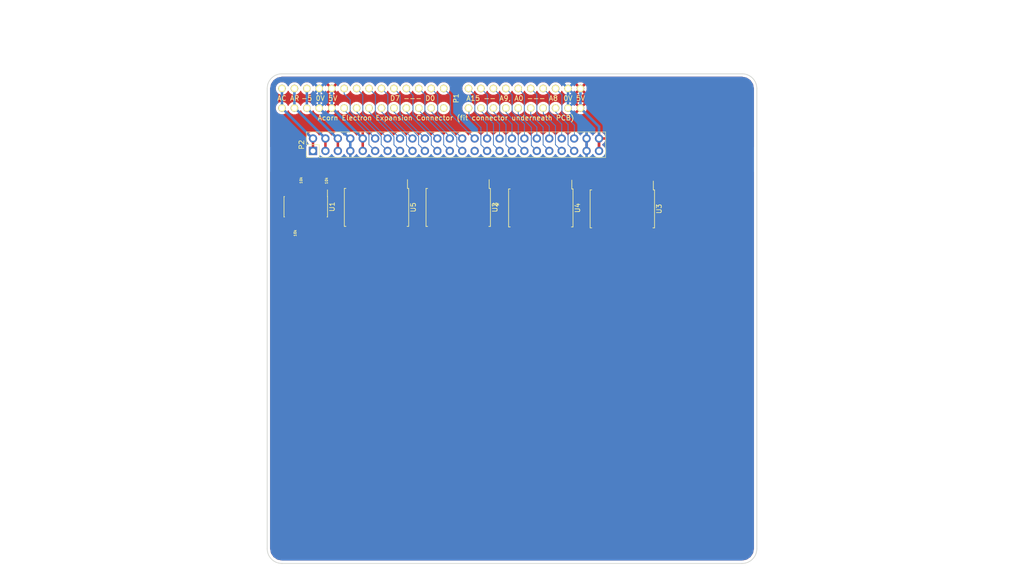
<source format=kicad_pcb>
(kicad_pcb (version 4) (host pcbnew 4.0.1-stable)

  (general
    (links 117)
    (no_connects 62)
    (area 99.924999 49.924999 200.075001 150.075001)
    (thickness 1.6)
    (drawings 8)
    (tracks 193)
    (zones 0)
    (modules 11)
    (nets 82)
  )

  (page A4)
  (layers
    (0 F.Cu signal)
    (31 B.Cu signal)
    (32 B.Adhes user)
    (33 F.Adhes user)
    (34 B.Paste user)
    (35 F.Paste user)
    (36 B.SilkS user)
    (37 F.SilkS user)
    (38 B.Mask user)
    (39 F.Mask user)
    (40 Dwgs.User user)
    (41 Cmts.User user)
    (42 Eco1.User user)
    (43 Eco2.User user)
    (44 Edge.Cuts user)
    (45 Margin user)
    (46 B.CrtYd user)
    (47 F.CrtYd user)
    (48 B.Fab user)
    (49 F.Fab user)
  )

  (setup
    (last_trace_width 0.508)
    (user_trace_width 0.254)
    (user_trace_width 0.508)
    (user_trace_width 0.762)
    (user_trace_width 1.016)
    (user_trace_width 1.27)
    (user_trace_width 1.524)
    (trace_clearance 0.1778)
    (zone_clearance 0.508)
    (zone_45_only no)
    (trace_min 0.1778)
    (segment_width 0.2)
    (edge_width 0.15)
    (via_size 0.8128)
    (via_drill 0.3302)
    (via_min_size 0.8128)
    (via_min_drill 0.3302)
    (user_via 1.016 0.635)
    (uvia_size 0.8128)
    (uvia_drill 0.3302)
    (uvias_allowed no)
    (uvia_min_size 0.8128)
    (uvia_min_drill 0.3302)
    (pcb_text_width 0.3)
    (pcb_text_size 1.5 1.5)
    (mod_edge_width 0.15)
    (mod_text_size 1 1)
    (mod_text_width 0.15)
    (pad_size 1.524 1.524)
    (pad_drill 0.762)
    (pad_to_mask_clearance 0.2)
    (aux_axis_origin 0 0)
    (visible_elements FFFFFF7F)
    (pcbplotparams
      (layerselection 0x00030_80000001)
      (usegerberextensions false)
      (excludeedgelayer true)
      (linewidth 0.100000)
      (plotframeref false)
      (viasonmask false)
      (mode 1)
      (useauxorigin false)
      (hpglpennumber 1)
      (hpglpenspeed 20)
      (hpglpendiameter 15)
      (hpglpenoverlay 2)
      (psnegative false)
      (psa4output false)
      (plotreference true)
      (plotvalue true)
      (plotinvisibletext false)
      (padsonsilk false)
      (subtractmaskfromsilk false)
      (outputformat 1)
      (mirror false)
      (drillshape 0)
      (scaleselection 1)
      (outputdirectory ""))
  )

  (net 0 "")
  (net 1 /18VAC)
  (net 2 /AC_RETURN)
  (net 3 /-5V)
  (net 4 /GND)
  (net 5 /5V)
  (net 6 /SOUND_OUT)
  (net 7 /16MHZ)
  (net 8 /nRST)
  (net 9 /PHI0)
  (net 10 /16MHZ_DIV13)
  (net 11 /nNMI)
  (net 12 /nIRQ)
  (net 13 /RnW)
  (net 14 /D7)
  (net 15 /D6)
  (net 16 /D5)
  (net 17 /D4)
  (net 18 /D3)
  (net 19 /D2)
  (net 20 /D1)
  (net 21 /D0)
  (net 22 /nRDY)
  (net 23 "Net-(P1-Pad28)")
  (net 24 /A15)
  (net 25 /A14)
  (net 26 /A13)
  (net 27 /A12)
  (net 28 /A11)
  (net 29 /A10)
  (net 30 /A9)
  (net 31 /A0)
  (net 32 /A1)
  (net 33 /A2)
  (net 34 /A3)
  (net 35 /A4)
  (net 36 /A5)
  (net 37 /A6)
  (net 38 /A7)
  (net 39 /A8)
  (net 40 "Net-(U1-Pad11)")
  (net 41 "Net-(U1-Pad13)")
  (net 42 "Net-(U5-Pad8)")
  (net 43 "Net-(U5-Pad9)")
  (net 44 "Net-(U5-Pad11)")
  (net 45 "Net-(U5-Pad12)")
  (net 46 /3V3)
  (net 47 /nASSERT_nNMI)
  (net 48 /nASSERT_nIRQ)
  (net 49 /nASSERT_nRDY)
  (net 50 /DATA_READ)
  (net 51 /D7_3V)
  (net 52 /D6_3V)
  (net 53 /D5_3V)
  (net 54 /D4_3V)
  (net 55 /D3_3V)
  (net 56 /D2_3V)
  (net 57 /D1_3V)
  (net 58 /D0_3V)
  (net 59 /A1_3V)
  (net 60 /A2_3V)
  (net 61 /A3_3V)
  (net 62 /A4_3V)
  (net 63 /A5_3V)
  (net 64 /A6_3V)
  (net 65 /A7_3V)
  (net 66 /A8_3V)
  (net 67 /A15_3V)
  (net 68 /A14_3V)
  (net 69 /A13_3V)
  (net 70 /A12_3V)
  (net 71 /A11_3V)
  (net 72 /A10_3V)
  (net 73 /A9_3V)
  (net 74 /A0_3V)
  (net 75 /nRDY_3V)
  (net 76 /16MHZ_3V)
  (net 77 /PHI0_3V)
  (net 78 /nRST_3V)
  (net 79 /16MHZ_DIV13_3V)
  (net 80 /RnW_3V)
  (net 81 "Net-(P2-Pad27)")

  (net_class Default "This is the default net class."
    (clearance 0.1778)
    (trace_width 0.1778)
    (via_dia 0.8128)
    (via_drill 0.3302)
    (uvia_dia 0.8128)
    (uvia_drill 0.3302)
    (add_net /-5V)
    (add_net /16MHZ)
    (add_net /16MHZ_3V)
    (add_net /16MHZ_DIV13)
    (add_net /16MHZ_DIV13_3V)
    (add_net /18VAC)
    (add_net /3V3)
    (add_net /5V)
    (add_net /A0)
    (add_net /A0_3V)
    (add_net /A1)
    (add_net /A10)
    (add_net /A10_3V)
    (add_net /A11)
    (add_net /A11_3V)
    (add_net /A12)
    (add_net /A12_3V)
    (add_net /A13)
    (add_net /A13_3V)
    (add_net /A14)
    (add_net /A14_3V)
    (add_net /A15)
    (add_net /A15_3V)
    (add_net /A1_3V)
    (add_net /A2)
    (add_net /A2_3V)
    (add_net /A3)
    (add_net /A3_3V)
    (add_net /A4)
    (add_net /A4_3V)
    (add_net /A5)
    (add_net /A5_3V)
    (add_net /A6)
    (add_net /A6_3V)
    (add_net /A7)
    (add_net /A7_3V)
    (add_net /A8)
    (add_net /A8_3V)
    (add_net /A9)
    (add_net /A9_3V)
    (add_net /AC_RETURN)
    (add_net /D0)
    (add_net /D0_3V)
    (add_net /D1)
    (add_net /D1_3V)
    (add_net /D2)
    (add_net /D2_3V)
    (add_net /D3)
    (add_net /D3_3V)
    (add_net /D4)
    (add_net /D4_3V)
    (add_net /D5)
    (add_net /D5_3V)
    (add_net /D6)
    (add_net /D6_3V)
    (add_net /D7)
    (add_net /D7_3V)
    (add_net /DATA_READ)
    (add_net /GND)
    (add_net /PHI0)
    (add_net /PHI0_3V)
    (add_net /RnW)
    (add_net /RnW_3V)
    (add_net /SOUND_OUT)
    (add_net /nASSERT_nIRQ)
    (add_net /nASSERT_nNMI)
    (add_net /nASSERT_nRDY)
    (add_net /nIRQ)
    (add_net /nNMI)
    (add_net /nRDY)
    (add_net /nRDY_3V)
    (add_net /nRST)
    (add_net /nRST_3V)
    (add_net "Net-(P1-Pad28)")
    (add_net "Net-(P2-Pad27)")
    (add_net "Net-(U1-Pad11)")
    (add_net "Net-(U1-Pad13)")
    (add_net "Net-(U5-Pad11)")
    (add_net "Net-(U5-Pad12)")
    (add_net "Net-(U5-Pad8)")
    (add_net "Net-(U5-Pad9)")
  )

  (module Housings_SOIC:SOIC-14_3.9x8.7mm_Pitch1.27mm (layer F.Cu) (tedit 58CC8F64) (tstamp 58D0C300)
    (at 107.88 77.15 270)
    (descr "14-Lead Plastic Small Outline (SL) - Narrow, 3.90 mm Body [SOIC] (see Microchip Packaging Specification 00000049BS.pdf)")
    (tags "SOIC 1.27")
    (path /58D0BE30)
    (attr smd)
    (fp_text reference U1 (at 0 -5.375 270) (layer F.SilkS)
      (effects (font (size 1 1) (thickness 0.15)))
    )
    (fp_text value 74hct125d (at 0 5.375 270) (layer F.Fab)
      (effects (font (size 1 1) (thickness 0.15)))
    )
    (fp_text user %R (at 0 0 270) (layer F.Fab)
      (effects (font (size 0.9 0.9) (thickness 0.135)))
    )
    (fp_line (start -0.95 -4.35) (end 1.95 -4.35) (layer F.Fab) (width 0.15))
    (fp_line (start 1.95 -4.35) (end 1.95 4.35) (layer F.Fab) (width 0.15))
    (fp_line (start 1.95 4.35) (end -1.95 4.35) (layer F.Fab) (width 0.15))
    (fp_line (start -1.95 4.35) (end -1.95 -3.35) (layer F.Fab) (width 0.15))
    (fp_line (start -1.95 -3.35) (end -0.95 -4.35) (layer F.Fab) (width 0.15))
    (fp_line (start -3.7 -4.65) (end -3.7 4.65) (layer F.CrtYd) (width 0.05))
    (fp_line (start 3.7 -4.65) (end 3.7 4.65) (layer F.CrtYd) (width 0.05))
    (fp_line (start -3.7 -4.65) (end 3.7 -4.65) (layer F.CrtYd) (width 0.05))
    (fp_line (start -3.7 4.65) (end 3.7 4.65) (layer F.CrtYd) (width 0.05))
    (fp_line (start -2.075 -4.45) (end -2.075 -4.425) (layer F.SilkS) (width 0.15))
    (fp_line (start 2.075 -4.45) (end 2.075 -4.335) (layer F.SilkS) (width 0.15))
    (fp_line (start 2.075 4.45) (end 2.075 4.335) (layer F.SilkS) (width 0.15))
    (fp_line (start -2.075 4.45) (end -2.075 4.335) (layer F.SilkS) (width 0.15))
    (fp_line (start -2.075 -4.45) (end 2.075 -4.45) (layer F.SilkS) (width 0.15))
    (fp_line (start -2.075 4.45) (end 2.075 4.45) (layer F.SilkS) (width 0.15))
    (fp_line (start -2.075 -4.425) (end -3.45 -4.425) (layer F.SilkS) (width 0.15))
    (pad 1 smd rect (at -2.7 -3.81 270) (size 1.5 0.6) (layers F.Cu F.Paste F.Mask)
      (net 47 /nASSERT_nNMI))
    (pad 2 smd rect (at -2.7 -2.54 270) (size 1.5 0.6) (layers F.Cu F.Paste F.Mask)
      (net 4 /GND))
    (pad 3 smd rect (at -2.7 -1.27 270) (size 1.5 0.6) (layers F.Cu F.Paste F.Mask)
      (net 11 /nNMI))
    (pad 4 smd rect (at -2.7 0 270) (size 1.5 0.6) (layers F.Cu F.Paste F.Mask)
      (net 48 /nASSERT_nIRQ))
    (pad 5 smd rect (at -2.7 1.27 270) (size 1.5 0.6) (layers F.Cu F.Paste F.Mask)
      (net 4 /GND))
    (pad 6 smd rect (at -2.7 2.54 270) (size 1.5 0.6) (layers F.Cu F.Paste F.Mask)
      (net 12 /nIRQ))
    (pad 7 smd rect (at -2.7 3.81 270) (size 1.5 0.6) (layers F.Cu F.Paste F.Mask)
      (net 4 /GND))
    (pad 8 smd rect (at 2.7 3.81 270) (size 1.5 0.6) (layers F.Cu F.Paste F.Mask)
      (net 22 /nRDY))
    (pad 9 smd rect (at 2.7 2.54 270) (size 1.5 0.6) (layers F.Cu F.Paste F.Mask)
      (net 4 /GND))
    (pad 10 smd rect (at 2.7 1.27 270) (size 1.5 0.6) (layers F.Cu F.Paste F.Mask)
      (net 49 /nASSERT_nRDY))
    (pad 11 smd rect (at 2.7 0 270) (size 1.5 0.6) (layers F.Cu F.Paste F.Mask)
      (net 40 "Net-(U1-Pad11)"))
    (pad 12 smd rect (at 2.7 -1.27 270) (size 1.5 0.6) (layers F.Cu F.Paste F.Mask)
      (net 4 /GND))
    (pad 13 smd rect (at 2.7 -2.54 270) (size 1.5 0.6) (layers F.Cu F.Paste F.Mask)
      (net 41 "Net-(U1-Pad13)"))
    (pad 14 smd rect (at 2.7 -3.81 270) (size 1.5 0.6) (layers F.Cu F.Paste F.Mask)
      (net 5 /5V))
    (model Housings_SOIC.3dshapes/SOIC-14_3.9x8.7mm_Pitch1.27mm.wrl
      (at (xyz 0 0 0))
      (scale (xyz 1 1 1))
      (rotate (xyz 0 0 0))
    )
  )

  (module Housings_SOIC:SOIC-20W_7.5x12.8mm_Pitch1.27mm (layer F.Cu) (tedit 58CC8F64) (tstamp 58D0C8D0)
    (at 139.01 77.29 270)
    (descr "20-Lead Plastic Small Outline (SO) - Wide, 7.50 mm Body [SOIC] (see Microchip Packaging Specification 00000049BS.pdf)")
    (tags "SOIC 1.27")
    (path /58D0B9FE)
    (attr smd)
    (fp_text reference U2 (at 0 -7.5 270) (layer F.SilkS)
      (effects (font (size 1 1) (thickness 0.15)))
    )
    (fp_text value "74LVC245 D0-7" (at 0 7.5 270) (layer F.Fab)
      (effects (font (size 1 1) (thickness 0.15)))
    )
    (fp_text user %R (at 0 0 270) (layer F.Fab)
      (effects (font (size 1 1) (thickness 0.15)))
    )
    (fp_line (start -2.75 -6.4) (end 3.75 -6.4) (layer F.Fab) (width 0.15))
    (fp_line (start 3.75 -6.4) (end 3.75 6.4) (layer F.Fab) (width 0.15))
    (fp_line (start 3.75 6.4) (end -3.75 6.4) (layer F.Fab) (width 0.15))
    (fp_line (start -3.75 6.4) (end -3.75 -5.4) (layer F.Fab) (width 0.15))
    (fp_line (start -3.75 -5.4) (end -2.75 -6.4) (layer F.Fab) (width 0.15))
    (fp_line (start -5.95 -6.75) (end -5.95 6.75) (layer F.CrtYd) (width 0.05))
    (fp_line (start 5.95 -6.75) (end 5.95 6.75) (layer F.CrtYd) (width 0.05))
    (fp_line (start -5.95 -6.75) (end 5.95 -6.75) (layer F.CrtYd) (width 0.05))
    (fp_line (start -5.95 6.75) (end 5.95 6.75) (layer F.CrtYd) (width 0.05))
    (fp_line (start -3.875 -6.575) (end -3.875 -6.325) (layer F.SilkS) (width 0.15))
    (fp_line (start 3.875 -6.575) (end 3.875 -6.24) (layer F.SilkS) (width 0.15))
    (fp_line (start 3.875 6.575) (end 3.875 6.24) (layer F.SilkS) (width 0.15))
    (fp_line (start -3.875 6.575) (end -3.875 6.24) (layer F.SilkS) (width 0.15))
    (fp_line (start -3.875 -6.575) (end 3.875 -6.575) (layer F.SilkS) (width 0.15))
    (fp_line (start -3.875 6.575) (end 3.875 6.575) (layer F.SilkS) (width 0.15))
    (fp_line (start -3.875 -6.325) (end -5.675 -6.325) (layer F.SilkS) (width 0.15))
    (pad 1 smd rect (at -4.7 -5.715 270) (size 1.95 0.6) (layers F.Cu F.Paste F.Mask)
      (net 50 /DATA_READ))
    (pad 2 smd rect (at -4.7 -4.445 270) (size 1.95 0.6) (layers F.Cu F.Paste F.Mask)
      (net 21 /D0))
    (pad 3 smd rect (at -4.7 -3.175 270) (size 1.95 0.6) (layers F.Cu F.Paste F.Mask)
      (net 20 /D1))
    (pad 4 smd rect (at -4.7 -1.905 270) (size 1.95 0.6) (layers F.Cu F.Paste F.Mask)
      (net 19 /D2))
    (pad 5 smd rect (at -4.7 -0.635 270) (size 1.95 0.6) (layers F.Cu F.Paste F.Mask)
      (net 18 /D3))
    (pad 6 smd rect (at -4.7 0.635 270) (size 1.95 0.6) (layers F.Cu F.Paste F.Mask)
      (net 17 /D4))
    (pad 7 smd rect (at -4.7 1.905 270) (size 1.95 0.6) (layers F.Cu F.Paste F.Mask)
      (net 16 /D5))
    (pad 8 smd rect (at -4.7 3.175 270) (size 1.95 0.6) (layers F.Cu F.Paste F.Mask)
      (net 15 /D6))
    (pad 9 smd rect (at -4.7 4.445 270) (size 1.95 0.6) (layers F.Cu F.Paste F.Mask)
      (net 14 /D7))
    (pad 10 smd rect (at -4.7 5.715 270) (size 1.95 0.6) (layers F.Cu F.Paste F.Mask)
      (net 4 /GND))
    (pad 11 smd rect (at 4.7 5.715 270) (size 1.95 0.6) (layers F.Cu F.Paste F.Mask)
      (net 51 /D7_3V))
    (pad 12 smd rect (at 4.7 4.445 270) (size 1.95 0.6) (layers F.Cu F.Paste F.Mask)
      (net 52 /D6_3V))
    (pad 13 smd rect (at 4.7 3.175 270) (size 1.95 0.6) (layers F.Cu F.Paste F.Mask)
      (net 53 /D5_3V))
    (pad 14 smd rect (at 4.7 1.905 270) (size 1.95 0.6) (layers F.Cu F.Paste F.Mask)
      (net 54 /D4_3V))
    (pad 15 smd rect (at 4.7 0.635 270) (size 1.95 0.6) (layers F.Cu F.Paste F.Mask)
      (net 55 /D3_3V))
    (pad 16 smd rect (at 4.7 -0.635 270) (size 1.95 0.6) (layers F.Cu F.Paste F.Mask)
      (net 56 /D2_3V))
    (pad 17 smd rect (at 4.7 -1.905 270) (size 1.95 0.6) (layers F.Cu F.Paste F.Mask)
      (net 57 /D1_3V))
    (pad 18 smd rect (at 4.7 -3.175 270) (size 1.95 0.6) (layers F.Cu F.Paste F.Mask)
      (net 58 /D0_3V))
    (pad 19 smd rect (at 4.7 -4.445 270) (size 1.95 0.6) (layers F.Cu F.Paste F.Mask)
      (net 4 /GND))
    (pad 20 smd rect (at 4.7 -5.715 270) (size 1.95 0.6) (layers F.Cu F.Paste F.Mask)
      (net 46 /3V3))
    (model Housings_SOIC.3dshapes/SOIC-20_7.5x12.8mm_Pitch1.27mm.wrl
      (at (xyz 0 0 0))
      (scale (xyz 1 1 1))
      (rotate (xyz 0 0 0))
    )
  )

  (module Housings_SOIC:SOIC-20W_7.5x12.8mm_Pitch1.27mm (layer F.Cu) (tedit 58CC8F64) (tstamp 58D0C8F9)
    (at 172.535 77.58 270)
    (descr "20-Lead Plastic Small Outline (SO) - Wide, 7.50 mm Body [SOIC] (see Microchip Packaging Specification 00000049BS.pdf)")
    (tags "SOIC 1.27")
    (path /58D0BB02)
    (attr smd)
    (fp_text reference U3 (at 0 -7.5 270) (layer F.SilkS)
      (effects (font (size 1 1) (thickness 0.15)))
    )
    (fp_text value "74LVC245 A0-7" (at 0 7.5 270) (layer F.Fab)
      (effects (font (size 1 1) (thickness 0.15)))
    )
    (fp_text user %R (at 0 0 270) (layer F.Fab)
      (effects (font (size 1 1) (thickness 0.15)))
    )
    (fp_line (start -2.75 -6.4) (end 3.75 -6.4) (layer F.Fab) (width 0.15))
    (fp_line (start 3.75 -6.4) (end 3.75 6.4) (layer F.Fab) (width 0.15))
    (fp_line (start 3.75 6.4) (end -3.75 6.4) (layer F.Fab) (width 0.15))
    (fp_line (start -3.75 6.4) (end -3.75 -5.4) (layer F.Fab) (width 0.15))
    (fp_line (start -3.75 -5.4) (end -2.75 -6.4) (layer F.Fab) (width 0.15))
    (fp_line (start -5.95 -6.75) (end -5.95 6.75) (layer F.CrtYd) (width 0.05))
    (fp_line (start 5.95 -6.75) (end 5.95 6.75) (layer F.CrtYd) (width 0.05))
    (fp_line (start -5.95 -6.75) (end 5.95 -6.75) (layer F.CrtYd) (width 0.05))
    (fp_line (start -5.95 6.75) (end 5.95 6.75) (layer F.CrtYd) (width 0.05))
    (fp_line (start -3.875 -6.575) (end -3.875 -6.325) (layer F.SilkS) (width 0.15))
    (fp_line (start 3.875 -6.575) (end 3.875 -6.24) (layer F.SilkS) (width 0.15))
    (fp_line (start 3.875 6.575) (end 3.875 6.24) (layer F.SilkS) (width 0.15))
    (fp_line (start -3.875 6.575) (end -3.875 6.24) (layer F.SilkS) (width 0.15))
    (fp_line (start -3.875 -6.575) (end 3.875 -6.575) (layer F.SilkS) (width 0.15))
    (fp_line (start -3.875 6.575) (end 3.875 6.575) (layer F.SilkS) (width 0.15))
    (fp_line (start -3.875 -6.325) (end -5.675 -6.325) (layer F.SilkS) (width 0.15))
    (pad 1 smd rect (at -4.7 -5.715 270) (size 1.95 0.6) (layers F.Cu F.Paste F.Mask)
      (net 46 /3V3))
    (pad 2 smd rect (at -4.7 -4.445 270) (size 1.95 0.6) (layers F.Cu F.Paste F.Mask)
      (net 39 /A8))
    (pad 3 smd rect (at -4.7 -3.175 270) (size 1.95 0.6) (layers F.Cu F.Paste F.Mask)
      (net 38 /A7))
    (pad 4 smd rect (at -4.7 -1.905 270) (size 1.95 0.6) (layers F.Cu F.Paste F.Mask)
      (net 37 /A6))
    (pad 5 smd rect (at -4.7 -0.635 270) (size 1.95 0.6) (layers F.Cu F.Paste F.Mask)
      (net 36 /A5))
    (pad 6 smd rect (at -4.7 0.635 270) (size 1.95 0.6) (layers F.Cu F.Paste F.Mask)
      (net 35 /A4))
    (pad 7 smd rect (at -4.7 1.905 270) (size 1.95 0.6) (layers F.Cu F.Paste F.Mask)
      (net 34 /A3))
    (pad 8 smd rect (at -4.7 3.175 270) (size 1.95 0.6) (layers F.Cu F.Paste F.Mask)
      (net 33 /A2))
    (pad 9 smd rect (at -4.7 4.445 270) (size 1.95 0.6) (layers F.Cu F.Paste F.Mask)
      (net 32 /A1))
    (pad 10 smd rect (at -4.7 5.715 270) (size 1.95 0.6) (layers F.Cu F.Paste F.Mask)
      (net 4 /GND))
    (pad 11 smd rect (at 4.7 5.715 270) (size 1.95 0.6) (layers F.Cu F.Paste F.Mask)
      (net 59 /A1_3V))
    (pad 12 smd rect (at 4.7 4.445 270) (size 1.95 0.6) (layers F.Cu F.Paste F.Mask)
      (net 60 /A2_3V))
    (pad 13 smd rect (at 4.7 3.175 270) (size 1.95 0.6) (layers F.Cu F.Paste F.Mask)
      (net 61 /A3_3V))
    (pad 14 smd rect (at 4.7 1.905 270) (size 1.95 0.6) (layers F.Cu F.Paste F.Mask)
      (net 62 /A4_3V))
    (pad 15 smd rect (at 4.7 0.635 270) (size 1.95 0.6) (layers F.Cu F.Paste F.Mask)
      (net 63 /A5_3V))
    (pad 16 smd rect (at 4.7 -0.635 270) (size 1.95 0.6) (layers F.Cu F.Paste F.Mask)
      (net 64 /A6_3V))
    (pad 17 smd rect (at 4.7 -1.905 270) (size 1.95 0.6) (layers F.Cu F.Paste F.Mask)
      (net 65 /A7_3V))
    (pad 18 smd rect (at 4.7 -3.175 270) (size 1.95 0.6) (layers F.Cu F.Paste F.Mask)
      (net 66 /A8_3V))
    (pad 19 smd rect (at 4.7 -4.445 270) (size 1.95 0.6) (layers F.Cu F.Paste F.Mask)
      (net 4 /GND))
    (pad 20 smd rect (at 4.7 -5.715 270) (size 1.95 0.6) (layers F.Cu F.Paste F.Mask)
      (net 46 /3V3))
    (model Housings_SOIC.3dshapes/SOIC-20_7.5x12.8mm_Pitch1.27mm.wrl
      (at (xyz 0 0 0))
      (scale (xyz 1 1 1))
      (rotate (xyz 0 0 0))
    )
  )

  (module Housings_SOIC:SOIC-20W_7.5x12.8mm_Pitch1.27mm (layer F.Cu) (tedit 58CC8F64) (tstamp 58D0C922)
    (at 155.885 77.39 270)
    (descr "20-Lead Plastic Small Outline (SO) - Wide, 7.50 mm Body [SOIC] (see Microchip Packaging Specification 00000049BS.pdf)")
    (tags "SOIC 1.27")
    (path /58D0BB33)
    (attr smd)
    (fp_text reference U4 (at 0 -7.5 270) (layer F.SilkS)
      (effects (font (size 1 1) (thickness 0.15)))
    )
    (fp_text value "74LVC245 A8-15" (at 0 7.5 270) (layer F.Fab)
      (effects (font (size 1 1) (thickness 0.15)))
    )
    (fp_text user %R (at 0 0 270) (layer F.Fab)
      (effects (font (size 1 1) (thickness 0.15)))
    )
    (fp_line (start -2.75 -6.4) (end 3.75 -6.4) (layer F.Fab) (width 0.15))
    (fp_line (start 3.75 -6.4) (end 3.75 6.4) (layer F.Fab) (width 0.15))
    (fp_line (start 3.75 6.4) (end -3.75 6.4) (layer F.Fab) (width 0.15))
    (fp_line (start -3.75 6.4) (end -3.75 -5.4) (layer F.Fab) (width 0.15))
    (fp_line (start -3.75 -5.4) (end -2.75 -6.4) (layer F.Fab) (width 0.15))
    (fp_line (start -5.95 -6.75) (end -5.95 6.75) (layer F.CrtYd) (width 0.05))
    (fp_line (start 5.95 -6.75) (end 5.95 6.75) (layer F.CrtYd) (width 0.05))
    (fp_line (start -5.95 -6.75) (end 5.95 -6.75) (layer F.CrtYd) (width 0.05))
    (fp_line (start -5.95 6.75) (end 5.95 6.75) (layer F.CrtYd) (width 0.05))
    (fp_line (start -3.875 -6.575) (end -3.875 -6.325) (layer F.SilkS) (width 0.15))
    (fp_line (start 3.875 -6.575) (end 3.875 -6.24) (layer F.SilkS) (width 0.15))
    (fp_line (start 3.875 6.575) (end 3.875 6.24) (layer F.SilkS) (width 0.15))
    (fp_line (start -3.875 6.575) (end -3.875 6.24) (layer F.SilkS) (width 0.15))
    (fp_line (start -3.875 -6.575) (end 3.875 -6.575) (layer F.SilkS) (width 0.15))
    (fp_line (start -3.875 6.575) (end 3.875 6.575) (layer F.SilkS) (width 0.15))
    (fp_line (start -3.875 -6.325) (end -5.675 -6.325) (layer F.SilkS) (width 0.15))
    (pad 1 smd rect (at -4.7 -5.715 270) (size 1.95 0.6) (layers F.Cu F.Paste F.Mask)
      (net 46 /3V3))
    (pad 2 smd rect (at -4.7 -4.445 270) (size 1.95 0.6) (layers F.Cu F.Paste F.Mask)
      (net 31 /A0))
    (pad 3 smd rect (at -4.7 -3.175 270) (size 1.95 0.6) (layers F.Cu F.Paste F.Mask)
      (net 30 /A9))
    (pad 4 smd rect (at -4.7 -1.905 270) (size 1.95 0.6) (layers F.Cu F.Paste F.Mask)
      (net 29 /A10))
    (pad 5 smd rect (at -4.7 -0.635 270) (size 1.95 0.6) (layers F.Cu F.Paste F.Mask)
      (net 28 /A11))
    (pad 6 smd rect (at -4.7 0.635 270) (size 1.95 0.6) (layers F.Cu F.Paste F.Mask)
      (net 27 /A12))
    (pad 7 smd rect (at -4.7 1.905 270) (size 1.95 0.6) (layers F.Cu F.Paste F.Mask)
      (net 26 /A13))
    (pad 8 smd rect (at -4.7 3.175 270) (size 1.95 0.6) (layers F.Cu F.Paste F.Mask)
      (net 25 /A14))
    (pad 9 smd rect (at -4.7 4.445 270) (size 1.95 0.6) (layers F.Cu F.Paste F.Mask)
      (net 24 /A15))
    (pad 10 smd rect (at -4.7 5.715 270) (size 1.95 0.6) (layers F.Cu F.Paste F.Mask)
      (net 4 /GND))
    (pad 11 smd rect (at 4.7 5.715 270) (size 1.95 0.6) (layers F.Cu F.Paste F.Mask)
      (net 67 /A15_3V))
    (pad 12 smd rect (at 4.7 4.445 270) (size 1.95 0.6) (layers F.Cu F.Paste F.Mask)
      (net 68 /A14_3V))
    (pad 13 smd rect (at 4.7 3.175 270) (size 1.95 0.6) (layers F.Cu F.Paste F.Mask)
      (net 69 /A13_3V))
    (pad 14 smd rect (at 4.7 1.905 270) (size 1.95 0.6) (layers F.Cu F.Paste F.Mask)
      (net 70 /A12_3V))
    (pad 15 smd rect (at 4.7 0.635 270) (size 1.95 0.6) (layers F.Cu F.Paste F.Mask)
      (net 71 /A11_3V))
    (pad 16 smd rect (at 4.7 -0.635 270) (size 1.95 0.6) (layers F.Cu F.Paste F.Mask)
      (net 72 /A10_3V))
    (pad 17 smd rect (at 4.7 -1.905 270) (size 1.95 0.6) (layers F.Cu F.Paste F.Mask)
      (net 73 /A9_3V))
    (pad 18 smd rect (at 4.7 -3.175 270) (size 1.95 0.6) (layers F.Cu F.Paste F.Mask)
      (net 74 /A0_3V))
    (pad 19 smd rect (at 4.7 -4.445 270) (size 1.95 0.6) (layers F.Cu F.Paste F.Mask)
      (net 4 /GND))
    (pad 20 smd rect (at 4.7 -5.715 270) (size 1.95 0.6) (layers F.Cu F.Paste F.Mask)
      (net 46 /3V3))
    (model Housings_SOIC.3dshapes/SOIC-20_7.5x12.8mm_Pitch1.27mm.wrl
      (at (xyz 0 0 0))
      (scale (xyz 1 1 1))
      (rotate (xyz 0 0 0))
    )
  )

  (module Housings_SOIC:SOIC-20W_7.5x12.8mm_Pitch1.27mm (layer F.Cu) (tedit 58CC8F64) (tstamp 58D0C94B)
    (at 122.325 77.28 270)
    (descr "20-Lead Plastic Small Outline (SO) - Wide, 7.50 mm Body [SOIC] (see Microchip Packaging Specification 00000049BS.pdf)")
    (tags "SOIC 1.27")
    (path /58D0BB70)
    (attr smd)
    (fp_text reference U5 (at 0 -7.5 270) (layer F.SilkS)
      (effects (font (size 1 1) (thickness 0.15)))
    )
    (fp_text value 74LVC245 (at 0 7.5 270) (layer F.Fab)
      (effects (font (size 1 1) (thickness 0.15)))
    )
    (fp_text user %R (at 0 0 270) (layer F.Fab)
      (effects (font (size 1 1) (thickness 0.15)))
    )
    (fp_line (start -2.75 -6.4) (end 3.75 -6.4) (layer F.Fab) (width 0.15))
    (fp_line (start 3.75 -6.4) (end 3.75 6.4) (layer F.Fab) (width 0.15))
    (fp_line (start 3.75 6.4) (end -3.75 6.4) (layer F.Fab) (width 0.15))
    (fp_line (start -3.75 6.4) (end -3.75 -5.4) (layer F.Fab) (width 0.15))
    (fp_line (start -3.75 -5.4) (end -2.75 -6.4) (layer F.Fab) (width 0.15))
    (fp_line (start -5.95 -6.75) (end -5.95 6.75) (layer F.CrtYd) (width 0.05))
    (fp_line (start 5.95 -6.75) (end 5.95 6.75) (layer F.CrtYd) (width 0.05))
    (fp_line (start -5.95 -6.75) (end 5.95 -6.75) (layer F.CrtYd) (width 0.05))
    (fp_line (start -5.95 6.75) (end 5.95 6.75) (layer F.CrtYd) (width 0.05))
    (fp_line (start -3.875 -6.575) (end -3.875 -6.325) (layer F.SilkS) (width 0.15))
    (fp_line (start 3.875 -6.575) (end 3.875 -6.24) (layer F.SilkS) (width 0.15))
    (fp_line (start 3.875 6.575) (end 3.875 6.24) (layer F.SilkS) (width 0.15))
    (fp_line (start -3.875 6.575) (end -3.875 6.24) (layer F.SilkS) (width 0.15))
    (fp_line (start -3.875 -6.575) (end 3.875 -6.575) (layer F.SilkS) (width 0.15))
    (fp_line (start -3.875 6.575) (end 3.875 6.575) (layer F.SilkS) (width 0.15))
    (fp_line (start -3.875 -6.325) (end -5.675 -6.325) (layer F.SilkS) (width 0.15))
    (pad 1 smd rect (at -4.7 -5.715 270) (size 1.95 0.6) (layers F.Cu F.Paste F.Mask)
      (net 46 /3V3))
    (pad 2 smd rect (at -4.7 -4.445 270) (size 1.95 0.6) (layers F.Cu F.Paste F.Mask)
      (net 13 /RnW))
    (pad 3 smd rect (at -4.7 -3.175 270) (size 1.95 0.6) (layers F.Cu F.Paste F.Mask)
      (net 10 /16MHZ_DIV13))
    (pad 4 smd rect (at -4.7 -1.905 270) (size 1.95 0.6) (layers F.Cu F.Paste F.Mask)
      (net 8 /nRST))
    (pad 5 smd rect (at -4.7 -0.635 270) (size 1.95 0.6) (layers F.Cu F.Paste F.Mask)
      (net 9 /PHI0))
    (pad 6 smd rect (at -4.7 0.635 270) (size 1.95 0.6) (layers F.Cu F.Paste F.Mask)
      (net 7 /16MHZ))
    (pad 7 smd rect (at -4.7 1.905 270) (size 1.95 0.6) (layers F.Cu F.Paste F.Mask)
      (net 22 /nRDY))
    (pad 8 smd rect (at -4.7 3.175 270) (size 1.95 0.6) (layers F.Cu F.Paste F.Mask)
      (net 42 "Net-(U5-Pad8)"))
    (pad 9 smd rect (at -4.7 4.445 270) (size 1.95 0.6) (layers F.Cu F.Paste F.Mask)
      (net 43 "Net-(U5-Pad9)"))
    (pad 10 smd rect (at -4.7 5.715 270) (size 1.95 0.6) (layers F.Cu F.Paste F.Mask)
      (net 4 /GND))
    (pad 11 smd rect (at 4.7 5.715 270) (size 1.95 0.6) (layers F.Cu F.Paste F.Mask)
      (net 44 "Net-(U5-Pad11)"))
    (pad 12 smd rect (at 4.7 4.445 270) (size 1.95 0.6) (layers F.Cu F.Paste F.Mask)
      (net 45 "Net-(U5-Pad12)"))
    (pad 13 smd rect (at 4.7 3.175 270) (size 1.95 0.6) (layers F.Cu F.Paste F.Mask)
      (net 75 /nRDY_3V))
    (pad 14 smd rect (at 4.7 1.905 270) (size 1.95 0.6) (layers F.Cu F.Paste F.Mask)
      (net 76 /16MHZ_3V))
    (pad 15 smd rect (at 4.7 0.635 270) (size 1.95 0.6) (layers F.Cu F.Paste F.Mask)
      (net 77 /PHI0_3V))
    (pad 16 smd rect (at 4.7 -0.635 270) (size 1.95 0.6) (layers F.Cu F.Paste F.Mask)
      (net 78 /nRST_3V))
    (pad 17 smd rect (at 4.7 -1.905 270) (size 1.95 0.6) (layers F.Cu F.Paste F.Mask)
      (net 79 /16MHZ_DIV13_3V))
    (pad 18 smd rect (at 4.7 -3.175 270) (size 1.95 0.6) (layers F.Cu F.Paste F.Mask)
      (net 80 /RnW_3V))
    (pad 19 smd rect (at 4.7 -4.445 270) (size 1.95 0.6) (layers F.Cu F.Paste F.Mask)
      (net 4 /GND))
    (pad 20 smd rect (at 4.7 -5.715 270) (size 1.95 0.6) (layers F.Cu F.Paste F.Mask)
      (net 46 /3V3))
    (model Housings_SOIC.3dshapes/SOIC-20_7.5x12.8mm_Pitch1.27mm.wrl
      (at (xyz 0 0 0))
      (scale (xyz 1 1 1))
      (rotate (xyz 0 0 0))
    )
  )

  (module Pin_Headers:Pin_Header_Straight_2x24_Pitch2.54mm (layer F.Cu) (tedit 58CD4EC7) (tstamp 58D0CC79)
    (at 109.35 65.75 90)
    (descr "Through hole straight pin header, 2x24, 2.54mm pitch, double rows")
    (tags "Through hole pin header THT 2x24 2.54mm double row")
    (path /58D0CA5C)
    (fp_text reference P2 (at 1.27 -2.33 90) (layer F.SilkS)
      (effects (font (size 1 1) (thickness 0.15)))
    )
    (fp_text value CONN_02X24 (at 1.27 60.75 90) (layer F.Fab)
      (effects (font (size 1 1) (thickness 0.15)))
    )
    (fp_line (start -1.27 -1.27) (end -1.27 59.69) (layer F.Fab) (width 0.1))
    (fp_line (start -1.27 59.69) (end 3.81 59.69) (layer F.Fab) (width 0.1))
    (fp_line (start 3.81 59.69) (end 3.81 -1.27) (layer F.Fab) (width 0.1))
    (fp_line (start 3.81 -1.27) (end -1.27 -1.27) (layer F.Fab) (width 0.1))
    (fp_line (start -1.33 1.27) (end -1.33 59.75) (layer F.SilkS) (width 0.12))
    (fp_line (start -1.33 59.75) (end 3.87 59.75) (layer F.SilkS) (width 0.12))
    (fp_line (start 3.87 59.75) (end 3.87 -1.33) (layer F.SilkS) (width 0.12))
    (fp_line (start 3.87 -1.33) (end 1.27 -1.33) (layer F.SilkS) (width 0.12))
    (fp_line (start 1.27 -1.33) (end 1.27 1.27) (layer F.SilkS) (width 0.12))
    (fp_line (start 1.27 1.27) (end -1.33 1.27) (layer F.SilkS) (width 0.12))
    (fp_line (start -1.33 0) (end -1.33 -1.33) (layer F.SilkS) (width 0.12))
    (fp_line (start -1.33 -1.33) (end 0 -1.33) (layer F.SilkS) (width 0.12))
    (fp_line (start -1.8 -1.8) (end -1.8 60.2) (layer F.CrtYd) (width 0.05))
    (fp_line (start -1.8 60.2) (end 4.35 60.2) (layer F.CrtYd) (width 0.05))
    (fp_line (start 4.35 60.2) (end 4.35 -1.8) (layer F.CrtYd) (width 0.05))
    (fp_line (start 4.35 -1.8) (end -1.8 -1.8) (layer F.CrtYd) (width 0.05))
    (fp_text user %R (at 1.27 -2.33 90) (layer F.Fab)
      (effects (font (size 1 1) (thickness 0.15)))
    )
    (pad 1 thru_hole rect (at 0 0 90) (size 1.7 1.7) (drill 1) (layers *.Cu *.Mask)
      (net 1 /18VAC))
    (pad 2 thru_hole oval (at 2.54 0 90) (size 1.7 1.7) (drill 1) (layers *.Cu *.Mask)
      (net 1 /18VAC))
    (pad 3 thru_hole oval (at 0 2.54 90) (size 1.7 1.7) (drill 1) (layers *.Cu *.Mask)
      (net 2 /AC_RETURN))
    (pad 4 thru_hole oval (at 2.54 2.54 90) (size 1.7 1.7) (drill 1) (layers *.Cu *.Mask)
      (net 2 /AC_RETURN))
    (pad 5 thru_hole oval (at 0 5.08 90) (size 1.7 1.7) (drill 1) (layers *.Cu *.Mask)
      (net 3 /-5V))
    (pad 6 thru_hole oval (at 2.54 5.08 90) (size 1.7 1.7) (drill 1) (layers *.Cu *.Mask)
      (net 3 /-5V))
    (pad 7 thru_hole oval (at 0 7.62 90) (size 1.7 1.7) (drill 1) (layers *.Cu *.Mask)
      (net 4 /GND))
    (pad 8 thru_hole oval (at 2.54 7.62 90) (size 1.7 1.7) (drill 1) (layers *.Cu *.Mask)
      (net 4 /GND))
    (pad 9 thru_hole oval (at 0 10.16 90) (size 1.7 1.7) (drill 1) (layers *.Cu *.Mask)
      (net 5 /5V))
    (pad 10 thru_hole oval (at 2.54 10.16 90) (size 1.7 1.7) (drill 1) (layers *.Cu *.Mask)
      (net 5 /5V))
    (pad 11 thru_hole oval (at 0 12.7 90) (size 1.7 1.7) (drill 1) (layers *.Cu *.Mask)
      (net 7 /16MHZ))
    (pad 12 thru_hole oval (at 2.54 12.7 90) (size 1.7 1.7) (drill 1) (layers *.Cu *.Mask)
      (net 6 /SOUND_OUT))
    (pad 13 thru_hole oval (at 0 15.24 90) (size 1.7 1.7) (drill 1) (layers *.Cu *.Mask)
      (net 9 /PHI0))
    (pad 14 thru_hole oval (at 2.54 15.24 90) (size 1.7 1.7) (drill 1) (layers *.Cu *.Mask)
      (net 8 /nRST))
    (pad 15 thru_hole oval (at 0 17.78 90) (size 1.7 1.7) (drill 1) (layers *.Cu *.Mask)
      (net 11 /nNMI))
    (pad 16 thru_hole oval (at 2.54 17.78 90) (size 1.7 1.7) (drill 1) (layers *.Cu *.Mask)
      (net 10 /16MHZ_DIV13))
    (pad 17 thru_hole oval (at 0 20.32 90) (size 1.7 1.7) (drill 1) (layers *.Cu *.Mask)
      (net 13 /RnW))
    (pad 18 thru_hole oval (at 2.54 20.32 90) (size 1.7 1.7) (drill 1) (layers *.Cu *.Mask)
      (net 12 /nIRQ))
    (pad 19 thru_hole oval (at 0 22.86 90) (size 1.7 1.7) (drill 1) (layers *.Cu *.Mask)
      (net 15 /D6))
    (pad 20 thru_hole oval (at 2.54 22.86 90) (size 1.7 1.7) (drill 1) (layers *.Cu *.Mask)
      (net 14 /D7))
    (pad 21 thru_hole oval (at 0 25.4 90) (size 1.7 1.7) (drill 1) (layers *.Cu *.Mask)
      (net 17 /D4))
    (pad 22 thru_hole oval (at 2.54 25.4 90) (size 1.7 1.7) (drill 1) (layers *.Cu *.Mask)
      (net 16 /D5))
    (pad 23 thru_hole oval (at 0 27.94 90) (size 1.7 1.7) (drill 1) (layers *.Cu *.Mask)
      (net 19 /D2))
    (pad 24 thru_hole oval (at 2.54 27.94 90) (size 1.7 1.7) (drill 1) (layers *.Cu *.Mask)
      (net 18 /D3))
    (pad 25 thru_hole oval (at 0 30.48 90) (size 1.7 1.7) (drill 1) (layers *.Cu *.Mask)
      (net 21 /D0))
    (pad 26 thru_hole oval (at 2.54 30.48 90) (size 1.7 1.7) (drill 1) (layers *.Cu *.Mask)
      (net 20 /D1))
    (pad 27 thru_hole oval (at 0 33.02 90) (size 1.7 1.7) (drill 1) (layers *.Cu *.Mask)
      (net 81 "Net-(P2-Pad27)"))
    (pad 28 thru_hole oval (at 2.54 33.02 90) (size 1.7 1.7) (drill 1) (layers *.Cu *.Mask)
      (net 22 /nRDY))
    (pad 29 thru_hole oval (at 0 35.56 90) (size 1.7 1.7) (drill 1) (layers *.Cu *.Mask)
      (net 25 /A14))
    (pad 30 thru_hole oval (at 2.54 35.56 90) (size 1.7 1.7) (drill 1) (layers *.Cu *.Mask)
      (net 24 /A15))
    (pad 31 thru_hole oval (at 0 38.1 90) (size 1.7 1.7) (drill 1) (layers *.Cu *.Mask)
      (net 27 /A12))
    (pad 32 thru_hole oval (at 2.54 38.1 90) (size 1.7 1.7) (drill 1) (layers *.Cu *.Mask)
      (net 26 /A13))
    (pad 33 thru_hole oval (at 0 40.64 90) (size 1.7 1.7) (drill 1) (layers *.Cu *.Mask)
      (net 29 /A10))
    (pad 34 thru_hole oval (at 2.54 40.64 90) (size 1.7 1.7) (drill 1) (layers *.Cu *.Mask)
      (net 28 /A11))
    (pad 35 thru_hole oval (at 0 43.18 90) (size 1.7 1.7) (drill 1) (layers *.Cu *.Mask)
      (net 31 /A0))
    (pad 36 thru_hole oval (at 2.54 43.18 90) (size 1.7 1.7) (drill 1) (layers *.Cu *.Mask)
      (net 30 /A9))
    (pad 37 thru_hole oval (at 0 45.72 90) (size 1.7 1.7) (drill 1) (layers *.Cu *.Mask)
      (net 33 /A2))
    (pad 38 thru_hole oval (at 2.54 45.72 90) (size 1.7 1.7) (drill 1) (layers *.Cu *.Mask)
      (net 32 /A1))
    (pad 39 thru_hole oval (at 0 48.26 90) (size 1.7 1.7) (drill 1) (layers *.Cu *.Mask)
      (net 35 /A4))
    (pad 40 thru_hole oval (at 2.54 48.26 90) (size 1.7 1.7) (drill 1) (layers *.Cu *.Mask)
      (net 34 /A3))
    (pad 41 thru_hole oval (at 0 50.8 90) (size 1.7 1.7) (drill 1) (layers *.Cu *.Mask)
      (net 37 /A6))
    (pad 42 thru_hole oval (at 2.54 50.8 90) (size 1.7 1.7) (drill 1) (layers *.Cu *.Mask)
      (net 36 /A5))
    (pad 43 thru_hole oval (at 0 53.34 90) (size 1.7 1.7) (drill 1) (layers *.Cu *.Mask)
      (net 39 /A8))
    (pad 44 thru_hole oval (at 2.54 53.34 90) (size 1.7 1.7) (drill 1) (layers *.Cu *.Mask)
      (net 38 /A7))
    (pad 45 thru_hole oval (at 0 55.88 90) (size 1.7 1.7) (drill 1) (layers *.Cu *.Mask)
      (net 4 /GND))
    (pad 46 thru_hole oval (at 2.54 55.88 90) (size 1.7 1.7) (drill 1) (layers *.Cu *.Mask)
      (net 4 /GND))
    (pad 47 thru_hole oval (at 0 58.42 90) (size 1.7 1.7) (drill 1) (layers *.Cu *.Mask)
      (net 5 /5V))
    (pad 48 thru_hole oval (at 2.54 58.42 90) (size 1.7 1.7) (drill 1) (layers *.Cu *.Mask)
      (net 5 /5V))
    (model ${KISYS3DMOD}/Pin_Headers.3dshapes/Pin_Header_Straight_2x24_Pitch2.54mm.wrl
      (at (xyz 0.05 -1.15 0))
      (scale (xyz 1 1 1))
      (rotate (xyz 0 0 90))
    )
  )

  (module myelin-kicad:R0805_nosilkscreen (layer F.Cu) (tedit 54921587) (tstamp 58D0D12D)
    (at 112.1025 71.83 180)
    (descr "SM0805 module from KiCad stdlib, modified by Phillip Pearson to have less annoying silkscreen")
    (path /58D0DA38)
    (attr smd)
    (fp_text reference R1 (at 0 -1.3 180) (layer F.SilkS) hide
      (effects (font (size 0.50038 0.50038) (thickness 0.10922)))
    )
    (fp_text value 10k (at 0 0 270) (layer F.SilkS)
      (effects (font (size 0.50038 0.50038) (thickness 0.10922)))
    )
    (pad 1 smd rect (at -0.9525 0 180) (size 0.889 1.397) (layers F.Cu F.Paste F.Mask)
      (net 46 /3V3))
    (pad 2 smd rect (at 0.9525 0 180) (size 0.889 1.397) (layers F.Cu F.Paste F.Mask)
      (net 47 /nASSERT_nNMI))
    (model Resistors_SMD.3dshapes/R_0805.wrl
      (at (xyz 0 0 0))
      (scale (xyz 1 1 1))
      (rotate (xyz 0 0 0))
    )
  )

  (module myelin-kicad:R0805_nosilkscreen (layer F.Cu) (tedit 54921587) (tstamp 58D0D133)
    (at 106.9075 71.75)
    (descr "SM0805 module from KiCad stdlib, modified by Phillip Pearson to have less annoying silkscreen")
    (path /58D0DB2D)
    (attr smd)
    (fp_text reference R2 (at 0 -1.3) (layer F.SilkS) hide
      (effects (font (size 0.50038 0.50038) (thickness 0.10922)))
    )
    (fp_text value 10k (at 0 0 90) (layer F.SilkS)
      (effects (font (size 0.50038 0.50038) (thickness 0.10922)))
    )
    (pad 1 smd rect (at -0.9525 0) (size 0.889 1.397) (layers F.Cu F.Paste F.Mask)
      (net 46 /3V3))
    (pad 2 smd rect (at 0.9525 0) (size 0.889 1.397) (layers F.Cu F.Paste F.Mask)
      (net 48 /nASSERT_nIRQ))
    (model Resistors_SMD.3dshapes/R_0805.wrl
      (at (xyz 0 0 0))
      (scale (xyz 1 1 1))
      (rotate (xyz 0 0 0))
    )
  )

  (module myelin-kicad:R0805_nosilkscreen (layer F.Cu) (tedit 54921587) (tstamp 58D0D139)
    (at 105.7125 82.53 180)
    (descr "SM0805 module from KiCad stdlib, modified by Phillip Pearson to have less annoying silkscreen")
    (path /58D0DBA3)
    (attr smd)
    (fp_text reference R3 (at 0 -1.3 180) (layer F.SilkS) hide
      (effects (font (size 0.50038 0.50038) (thickness 0.10922)))
    )
    (fp_text value 10k (at 0 0 270) (layer F.SilkS)
      (effects (font (size 0.50038 0.50038) (thickness 0.10922)))
    )
    (pad 1 smd rect (at -0.9525 0 180) (size 0.889 1.397) (layers F.Cu F.Paste F.Mask)
      (net 49 /nASSERT_nRDY))
    (pad 2 smd rect (at 0.9525 0 180) (size 0.889 1.397) (layers F.Cu F.Paste F.Mask)
      (net 46 /3V3))
    (model Resistors_SMD.3dshapes/R_0805.wrl
      (at (xyz 0 0 0))
      (scale (xyz 1 1 1))
      (rotate (xyz 0 0 0))
    )
  )

  (module myelin-kicad:R0805_nosilkscreen (layer F.Cu) (tedit 54921587) (tstamp 58D0D13F)
    (at 146.73 76.6525 90)
    (descr "SM0805 module from KiCad stdlib, modified by Phillip Pearson to have less annoying silkscreen")
    (path /58D0D6B7)
    (attr smd)
    (fp_text reference R4 (at 0 -1.3 90) (layer F.SilkS) hide
      (effects (font (size 0.50038 0.50038) (thickness 0.10922)))
    )
    (fp_text value 10k (at 0 0 180) (layer F.SilkS)
      (effects (font (size 0.50038 0.50038) (thickness 0.10922)))
    )
    (pad 1 smd rect (at -0.9525 0 90) (size 0.889 1.397) (layers F.Cu F.Paste F.Mask)
      (net 46 /3V3))
    (pad 2 smd rect (at 0.9525 0 90) (size 0.889 1.397) (layers F.Cu F.Paste F.Mask)
      (net 50 /DATA_READ))
    (model Resistors_SMD.3dshapes/R_0805.wrl
      (at (xyz 0 0 0))
      (scale (xyz 1 1 1))
      (rotate (xyz 0 0 0))
    )
  )

  (module myelin-kicad:acorn_electron_48pin_expansion_connector (layer F.Cu) (tedit 572A8519) (tstamp 58D0C2DD)
    (at 150 56)
    (descr "Acorn Electron 48-pin rear expansion connector (as used in Plus 1, Plus 3 etc).  By pp@myelin.co.nz.")
    (path /58D0C9A5)
    (fp_text reference P1 (at -11.42 -1 90) (layer F.SilkS)
      (effects (font (size 1 1) (thickness 0.15)))
    )
    (fp_text value "Acorn Electron Expansion Connector (fit connector underneath PCB)" (at -13.5 3) (layer F.SilkS)
      (effects (font (size 1 1) (thickness 0.15)))
    )
    (fp_line (start 53 -17.5) (end 53 -21) (layer F.Fab) (width 0.15))
    (fp_line (start -53 -17.5) (end -53 -21) (layer F.Fab) (width 0.15))
    (fp_line (start -104.5 -21) (end 104.5 -21) (layer F.Fab) (width 0.15))
    (fp_text user "need to measure exactly where the expansion plug is relative to the holes, and figure out the true dimensions of the socket" (at 0 -20) (layer F.Fab)
      (effects (font (size 1 1) (thickness 0.15)))
    )
    (fp_line (start -53 -17.5) (end 53 -17.5) (layer F.Fab) (width 0.15))
    (fp_line (start -104.5 3) (end 104.5 3) (layer F.Fab) (width 0.15))
    (fp_line (start 104.5 -21) (end 104.5 3) (layer F.Fab) (width 0.15))
    (fp_line (start -104.5 -21) (end -104.5 3) (layer F.Fab) (width 0.15))
    (fp_circle (center 76.5 -9) (end 76.5 -11) (layer F.Fab) (width 0.15))
    (fp_circle (center -76.5 -9) (end -76.5 -11) (layer F.Fab) (width 0.15))
    (fp_text user "UNTESTED FOOTPRINT - EMAIL PP@MYELIN.CO.NZ BEFORE USING" (at -16.5 -7) (layer F.Fab)
      (effects (font (size 1 1) (thickness 0.15)))
    )
    (fp_text user "A15 -- A9, A0 --- A8" (at 0.01 -1) (layer F.SilkS)
      (effects (font (size 1 1) (thickness 0.15)))
    )
    (fp_text user "D7 --- D0" (at -20.31 -1) (layer F.SilkS)
      (effects (font (size 1 1) (thickness 0.15)))
    )
    (fp_text user "-5 0V 5V" (at -39.36 -1) (layer F.SilkS)
      (effects (font (size 1 1) (thickness 0.15)))
    )
    (fp_text user "AC AR" (at -45.71 -1) (layer F.SilkS)
      (effects (font (size 1 1) (thickness 0.15)))
    )
    (fp_text user "0V 5V" (at 12.71 -1) (layer F.SilkS)
      (effects (font (size 1 1) (thickness 0.15)))
    )
    (fp_text user "Put component on top layer. Conn sits under PCB, with pins inserted from below." (at -16.5 -9) (layer F.Fab)
      (effects (font (size 1 1) (thickness 0.15)))
    )
    (fp_text user "Acorn Electron 48-pin rear expansion connector (as used in Plus 1, Plus 3 etc)" (at -16.5 -11) (layer F.Fab)
      (effects (font (size 1 1) (thickness 0.15)))
    )
    (fp_line (start 16.52 -7) (end 16.52 -5) (layer F.Fab) (width 0.15))
    (fp_line (start 17.79 -7) (end 16.52 -7) (layer F.Fab) (width 0.15))
    (fp_line (start 17.79 -14) (end 17.79 -7) (layer F.Fab) (width 0.15))
    (fp_line (start -50.79 -14) (end 17.79 -14) (layer F.Fab) (width 0.15))
    (fp_line (start -50.79 -7) (end -50.79 -14) (layer F.Fab) (width 0.15))
    (fp_line (start -49.52 -7) (end -50.79 -7) (layer F.Fab) (width 0.15))
    (fp_line (start -49.52 -5) (end -49.52 -7) (layer F.Fab) (width 0.15))
    (fp_line (start 16.52 -5) (end -49.52 -5) (layer F.Fab) (width 0.15))
    (pad 1 thru_hole circle (at -46.98 -3) (size 1.524 1.524) (drill 1.016) (layers *.Cu *.Mask F.SilkS)
      (net 1 /18VAC))
    (pad 2 thru_hole circle (at -46.98 1) (size 1.524 1.524) (drill 1.016) (layers *.Cu *.Mask F.SilkS)
      (net 1 /18VAC))
    (pad 3 thru_hole circle (at -44.44 -3) (size 1.524 1.524) (drill 1.016) (layers *.Cu *.Mask F.SilkS)
      (net 2 /AC_RETURN))
    (pad 4 thru_hole circle (at -44.44 1) (size 1.524 1.524) (drill 1.016) (layers *.Cu *.Mask F.SilkS)
      (net 2 /AC_RETURN))
    (pad 5 thru_hole circle (at -41.9 -3) (size 1.524 1.524) (drill 1.016) (layers *.Cu *.Mask F.SilkS)
      (net 3 /-5V))
    (pad 6 thru_hole circle (at -41.9 1) (size 1.524 1.524) (drill 1.016) (layers *.Cu *.Mask F.SilkS)
      (net 3 /-5V))
    (pad 7 thru_hole circle (at -39.36 -3) (size 1.524 1.524) (drill 1.016) (layers *.Cu *.Mask F.SilkS)
      (net 4 /GND))
    (pad 8 thru_hole circle (at -39.36 1) (size 1.524 1.524) (drill 1.016) (layers *.Cu *.Mask F.SilkS)
      (net 4 /GND))
    (pad 9 thru_hole circle (at -36.82 -3) (size 1.524 1.524) (drill 1.016) (layers *.Cu *.Mask F.SilkS)
      (net 5 /5V))
    (pad 10 thru_hole circle (at -36.82 1) (size 1.524 1.524) (drill 1.016) (layers *.Cu *.Mask F.SilkS)
      (net 5 /5V))
    (pad 11 thru_hole circle (at -34.28 -3) (size 1.524 1.524) (drill 1.016) (layers *.Cu *.Mask F.SilkS)
      (net 6 /SOUND_OUT))
    (pad 12 thru_hole circle (at -34.28 1) (size 1.524 1.524) (drill 1.016) (layers *.Cu *.Mask F.SilkS)
      (net 7 /16MHZ))
    (pad 13 thru_hole circle (at -31.74 -3) (size 1.524 1.524) (drill 1.016) (layers *.Cu *.Mask F.SilkS)
      (net 8 /nRST))
    (pad 14 thru_hole circle (at -31.74 1) (size 1.524 1.524) (drill 1.016) (layers *.Cu *.Mask F.SilkS)
      (net 9 /PHI0))
    (pad 15 thru_hole circle (at -29.2 -3) (size 1.524 1.524) (drill 1.016) (layers *.Cu *.Mask F.SilkS)
      (net 10 /16MHZ_DIV13))
    (pad 16 thru_hole circle (at -29.2 1) (size 1.524 1.524) (drill 1.016) (layers *.Cu *.Mask F.SilkS)
      (net 11 /nNMI))
    (pad 17 thru_hole circle (at -26.66 -3) (size 1.524 1.524) (drill 1.016) (layers *.Cu *.Mask F.SilkS)
      (net 12 /nIRQ))
    (pad 18 thru_hole circle (at -26.66 1) (size 1.524 1.524) (drill 1.016) (layers *.Cu *.Mask F.SilkS)
      (net 13 /RnW))
    (pad 19 thru_hole circle (at -24.12 -3) (size 1.524 1.524) (drill 1.016) (layers *.Cu *.Mask F.SilkS)
      (net 14 /D7))
    (pad 20 thru_hole circle (at -24.12 1) (size 1.524 1.524) (drill 1.016) (layers *.Cu *.Mask F.SilkS)
      (net 15 /D6))
    (pad 21 thru_hole circle (at -21.58 -3) (size 1.524 1.524) (drill 1.016) (layers *.Cu *.Mask F.SilkS)
      (net 16 /D5))
    (pad 22 thru_hole circle (at -21.58 1) (size 1.524 1.524) (drill 1.016) (layers *.Cu *.Mask F.SilkS)
      (net 17 /D4))
    (pad 23 thru_hole circle (at -19.04 -3) (size 1.524 1.524) (drill 1.016) (layers *.Cu *.Mask F.SilkS)
      (net 18 /D3))
    (pad 24 thru_hole circle (at -19.04 1) (size 1.524 1.524) (drill 1.016) (layers *.Cu *.Mask F.SilkS)
      (net 19 /D2))
    (pad 25 thru_hole circle (at -16.5 -3) (size 1.524 1.524) (drill 1.016) (layers *.Cu *.Mask F.SilkS)
      (net 20 /D1))
    (pad 26 thru_hole circle (at -16.5 1) (size 1.524 1.524) (drill 1.016) (layers *.Cu *.Mask F.SilkS)
      (net 21 /D0))
    (pad 27 thru_hole circle (at -13.96 -3) (size 1.524 1.524) (drill 1.016) (layers *.Cu *.Mask F.SilkS)
      (net 22 /nRDY))
    (pad 28 thru_hole circle (at -13.96 1) (size 1.524 1.524) (drill 1.016) (layers *.Cu *.Mask F.SilkS)
      (net 23 "Net-(P1-Pad28)"))
    (pad 31 thru_hole circle (at -8.88 -3) (size 1.524 1.524) (drill 1.016) (layers *.Cu *.Mask F.SilkS)
      (net 24 /A15))
    (pad 32 thru_hole circle (at -8.88 1) (size 1.524 1.524) (drill 1.016) (layers *.Cu *.Mask F.SilkS)
      (net 25 /A14))
    (pad 33 thru_hole circle (at -6.34 -3) (size 1.524 1.524) (drill 1.016) (layers *.Cu *.Mask F.SilkS)
      (net 26 /A13))
    (pad 34 thru_hole circle (at -6.34 1) (size 1.524 1.524) (drill 1.016) (layers *.Cu *.Mask F.SilkS)
      (net 27 /A12))
    (pad 35 thru_hole circle (at -3.8 -3) (size 1.524 1.524) (drill 1.016) (layers *.Cu *.Mask F.SilkS)
      (net 28 /A11))
    (pad 36 thru_hole circle (at -3.8 1) (size 1.524 1.524) (drill 1.016) (layers *.Cu *.Mask F.SilkS)
      (net 29 /A10))
    (pad 37 thru_hole circle (at -1.26 -3) (size 1.524 1.524) (drill 1.016) (layers *.Cu *.Mask F.SilkS)
      (net 30 /A9))
    (pad 38 thru_hole circle (at -1.26 1) (size 1.524 1.524) (drill 1.016) (layers *.Cu *.Mask F.SilkS)
      (net 31 /A0))
    (pad 39 thru_hole circle (at 1.28 -3) (size 1.524 1.524) (drill 1.016) (layers *.Cu *.Mask F.SilkS)
      (net 32 /A1))
    (pad 40 thru_hole circle (at 1.28 1) (size 1.524 1.524) (drill 1.016) (layers *.Cu *.Mask F.SilkS)
      (net 33 /A2))
    (pad 41 thru_hole circle (at 3.82 -3) (size 1.524 1.524) (drill 1.016) (layers *.Cu *.Mask F.SilkS)
      (net 34 /A3))
    (pad 42 thru_hole circle (at 3.82 1) (size 1.524 1.524) (drill 1.016) (layers *.Cu *.Mask F.SilkS)
      (net 35 /A4))
    (pad 43 thru_hole circle (at 6.36 -3) (size 1.524 1.524) (drill 1.016) (layers *.Cu *.Mask F.SilkS)
      (net 36 /A5))
    (pad 44 thru_hole circle (at 6.36 1) (size 1.524 1.524) (drill 1.016) (layers *.Cu *.Mask F.SilkS)
      (net 37 /A6))
    (pad 45 thru_hole circle (at 8.9 -3) (size 1.524 1.524) (drill 1.016) (layers *.Cu *.Mask F.SilkS)
      (net 38 /A7))
    (pad 46 thru_hole circle (at 8.9 1) (size 1.524 1.524) (drill 1.016) (layers *.Cu *.Mask F.SilkS)
      (net 39 /A8))
    (pad 47 thru_hole circle (at 11.44 -3) (size 1.524 1.524) (drill 1.016) (layers *.Cu *.Mask F.SilkS)
      (net 4 /GND))
    (pad 48 thru_hole circle (at 11.44 1) (size 1.524 1.524) (drill 1.016) (layers *.Cu *.Mask F.SilkS)
      (net 4 /GND))
    (pad 49 thru_hole circle (at 13.98 -3) (size 1.524 1.524) (drill 1.016) (layers *.Cu *.Mask F.SilkS)
      (net 5 /5V))
    (pad 50 thru_hole circle (at 13.98 1) (size 1.524 1.524) (drill 1.016) (layers *.Cu *.Mask F.SilkS)
      (net 5 /5V))
  )

  (gr_arc (start 103 147) (end 103 150) (angle 90) (layer Edge.Cuts) (width 0.15))
  (gr_arc (start 197 147) (end 200 147) (angle 90) (layer Edge.Cuts) (width 0.15))
  (gr_arc (start 197 53) (end 197 50) (angle 90) (layer Edge.Cuts) (width 0.15))
  (gr_arc (start 103 53) (end 100 53) (angle 90) (layer Edge.Cuts) (width 0.15))
  (gr_line (start 197 50) (end 103 50) (layer Edge.Cuts) (width 0.15))
  (gr_line (start 200 147) (end 200 53) (layer Edge.Cuts) (width 0.15))
  (gr_line (start 103 150) (end 197 150) (layer Edge.Cuts) (width 0.15))
  (gr_line (start 100 53) (end 100 147) (layer Edge.Cuts) (width 0.15))

  (segment (start 109.35 63.21) (end 109.35 65.75) (width 0.508) (layer F.Cu) (net 1))
  (segment (start 103.02 57) (end 109.23 63.21) (width 0.508) (layer B.Cu) (net 1))
  (segment (start 109.23 63.21) (end 109.35 63.21) (width 0.508) (layer B.Cu) (net 1))
  (segment (start 103.02 53) (end 103.02 57) (width 0.508) (layer B.Cu) (net 1))
  (segment (start 111.89 63.21) (end 111.89 65.75) (width 0.508) (layer F.Cu) (net 2))
  (segment (start 111.89 63.21) (end 105.68 57) (width 0.508) (layer B.Cu) (net 2))
  (segment (start 105.68 57) (end 105.56 57) (width 0.508) (layer B.Cu) (net 2))
  (segment (start 105.56 53) (end 105.56 57) (width 0.508) (layer B.Cu) (net 2))
  (segment (start 114.43 63.21) (end 114.43 65.75) (width 0.508) (layer F.Cu) (net 3))
  (segment (start 108.1 57) (end 114.31 63.21) (width 0.508) (layer B.Cu) (net 3))
  (segment (start 114.31 63.21) (end 114.43 63.21) (width 0.508) (layer B.Cu) (net 3))
  (segment (start 108.1 53) (end 108.1 57) (width 0.508) (layer B.Cu) (net 3))
  (segment (start 116.97 63.21) (end 116.97 65.75) (width 0.508) (layer F.Cu) (net 4))
  (segment (start 165.23 63.21) (end 165.23 65.75) (width 0.508) (layer F.Cu) (net 4))
  (segment (start 165.23 63.21) (end 165.23 60.79) (width 0.508) (layer B.Cu) (net 4))
  (segment (start 165.23 60.79) (end 162.201999 57.761999) (width 0.508) (layer B.Cu) (net 4))
  (segment (start 162.201999 57.761999) (end 161.44 57) (width 0.508) (layer B.Cu) (net 4))
  (segment (start 110.64 57) (end 116.85 63.21) (width 0.508) (layer B.Cu) (net 4))
  (segment (start 116.85 63.21) (end 116.97 63.21) (width 0.508) (layer B.Cu) (net 4))
  (segment (start 161.44 53) (end 161.44 57) (width 0.508) (layer B.Cu) (net 4))
  (segment (start 110.64 53) (end 110.64 57) (width 0.508) (layer B.Cu) (net 4))
  (segment (start 119.51 63.21) (end 119.51 65.75) (width 0.508) (layer F.Cu) (net 5))
  (segment (start 167.77 63.21) (end 167.77 65.75) (width 0.508) (layer F.Cu) (net 5))
  (segment (start 163.98 57) (end 163.99 57) (width 0.508) (layer B.Cu) (net 5))
  (segment (start 163.99 57) (end 167.77 60.78) (width 0.508) (layer B.Cu) (net 5))
  (segment (start 167.77 60.78) (end 167.77 63.21) (width 0.508) (layer B.Cu) (net 5))
  (segment (start 119.51 63.21) (end 113.3 57) (width 0.508) (layer B.Cu) (net 5))
  (segment (start 113.3 57) (end 113.18 57) (width 0.508) (layer B.Cu) (net 5))
  (segment (start 163.98 53) (end 163.98 57) (width 0.508) (layer B.Cu) (net 5))
  (segment (start 113.18 53) (end 113.18 57) (width 0.508) (layer B.Cu) (net 5))
  (segment (start 115.72 53) (end 115.72 54.07763) (width 0.1778) (layer B.Cu) (net 6))
  (segment (start 115.72 54.07763) (end 116.95 55.30763) (width 0.1778) (layer B.Cu) (net 6))
  (segment (start 121.200001 61.960001) (end 121.200001 62.360001) (width 0.1778) (layer B.Cu) (net 6))
  (segment (start 116.95 55.30763) (end 116.95 57.71) (width 0.1778) (layer B.Cu) (net 6))
  (segment (start 116.95 57.71) (end 121.200001 61.960001) (width 0.1778) (layer B.Cu) (net 6))
  (segment (start 121.200001 62.360001) (end 122.05 63.21) (width 0.1778) (layer B.Cu) (net 6))
  (segment (start 115.72 57) (end 115.75 57.03) (width 0.1778) (layer B.Cu) (net 7))
  (segment (start 115.75 57.03) (end 115.75 57.412908) (width 0.1778) (layer B.Cu) (net 7))
  (segment (start 115.75 57.412908) (end 120.77 62.432908) (width 0.1778) (layer B.Cu) (net 7))
  (segment (start 120.77 62.432908) (end 120.77 64.47) (width 0.1778) (layer B.Cu) (net 7))
  (segment (start 120.77 64.47) (end 121.200001 64.900001) (width 0.1778) (layer B.Cu) (net 7))
  (segment (start 121.200001 64.900001) (end 122.05 65.75) (width 0.1778) (layer B.Cu) (net 7))
  (segment (start 124.59 63.21) (end 119.52 58.14) (width 0.1778) (layer B.Cu) (net 8))
  (segment (start 119.52 58.14) (end 119.52 54.26) (width 0.1778) (layer B.Cu) (net 8))
  (segment (start 119.52 54.26) (end 119.021999 53.761999) (width 0.1778) (layer B.Cu) (net 8))
  (segment (start 119.021999 53.761999) (end 118.26 53) (width 0.1778) (layer B.Cu) (net 8))
  (segment (start 118.26 57) (end 118.3 57.04) (width 0.1778) (layer B.Cu) (net 9))
  (segment (start 118.3 57.807282) (end 123.29 62.797282) (width 0.1778) (layer B.Cu) (net 9))
  (segment (start 123.740001 64.900001) (end 124.59 65.75) (width 0.1778) (layer B.Cu) (net 9))
  (segment (start 118.3 57.04) (end 118.3 57.807282) (width 0.1778) (layer B.Cu) (net 9))
  (segment (start 123.29 62.797282) (end 123.29 64.45) (width 0.1778) (layer B.Cu) (net 9))
  (segment (start 123.29 64.45) (end 123.740001 64.900001) (width 0.1778) (layer B.Cu) (net 9))
  (segment (start 127.13 63.21) (end 122.09 58.17) (width 0.1778) (layer B.Cu) (net 10))
  (segment (start 122.09 58.17) (end 122.09 54.29) (width 0.1778) (layer B.Cu) (net 10))
  (segment (start 122.09 54.29) (end 121.561999 53.761999) (width 0.1778) (layer B.Cu) (net 10))
  (segment (start 121.561999 53.761999) (end 120.8 53) (width 0.1778) (layer B.Cu) (net 10))
  (segment (start 120.8 57) (end 120.82 57.02) (width 0.1778) (layer B.Cu) (net 11))
  (segment (start 120.82 57.02) (end 120.82 57.787282) (width 0.1778) (layer B.Cu) (net 11))
  (segment (start 120.82 57.787282) (end 125.88 62.847282) (width 0.1778) (layer B.Cu) (net 11))
  (segment (start 126.280001 64.900001) (end 127.13 65.75) (width 0.1778) (layer B.Cu) (net 11))
  (segment (start 125.88 62.847282) (end 125.88 64.5) (width 0.1778) (layer B.Cu) (net 11))
  (segment (start 125.88 64.5) (end 126.280001 64.900001) (width 0.1778) (layer B.Cu) (net 11))
  (segment (start 129.67 63.21) (end 124.63 58.17) (width 0.1778) (layer B.Cu) (net 12))
  (segment (start 124.63 54.29) (end 124.101999 53.761999) (width 0.1778) (layer B.Cu) (net 12))
  (segment (start 124.101999 53.761999) (end 123.34 53) (width 0.1778) (layer B.Cu) (net 12))
  (segment (start 124.63 58.17) (end 124.63 54.29) (width 0.1778) (layer B.Cu) (net 12))
  (segment (start 123.34 57) (end 123.39 57.05) (width 0.1778) (layer B.Cu) (net 13))
  (segment (start 128.45 64.53) (end 128.820001 64.900001) (width 0.1778) (layer B.Cu) (net 13))
  (segment (start 123.39 57.05) (end 123.39 57.817282) (width 0.1778) (layer B.Cu) (net 13))
  (segment (start 123.39 57.817282) (end 128.45 62.877282) (width 0.1778) (layer B.Cu) (net 13))
  (segment (start 128.45 62.877282) (end 128.45 64.53) (width 0.1778) (layer B.Cu) (net 13))
  (segment (start 128.820001 64.900001) (end 129.67 65.75) (width 0.1778) (layer B.Cu) (net 13))
  (segment (start 132.21 63.21) (end 127.13 58.13) (width 0.1778) (layer B.Cu) (net 14))
  (segment (start 127.13 58.13) (end 127.13 54.25) (width 0.1778) (layer B.Cu) (net 14))
  (segment (start 127.13 54.25) (end 126.641999 53.761999) (width 0.1778) (layer B.Cu) (net 14))
  (segment (start 126.641999 53.761999) (end 125.88 53) (width 0.1778) (layer B.Cu) (net 14))
  (segment (start 125.88 57) (end 125.88 57.767282) (width 0.1778) (layer B.Cu) (net 15))
  (segment (start 125.88 57.767282) (end 130.92 62.807282) (width 0.1778) (layer B.Cu) (net 15))
  (segment (start 130.92 62.807282) (end 130.92 64.46) (width 0.1778) (layer B.Cu) (net 15))
  (segment (start 130.92 64.46) (end 131.360001 64.900001) (width 0.1778) (layer B.Cu) (net 15))
  (segment (start 131.360001 64.900001) (end 132.21 65.75) (width 0.1778) (layer B.Cu) (net 15))
  (segment (start 134.75 63.21) (end 129.77 58.23) (width 0.1778) (layer B.Cu) (net 16))
  (segment (start 129.77 58.23) (end 129.77 54.35) (width 0.1778) (layer B.Cu) (net 16))
  (segment (start 129.77 54.35) (end 129.181999 53.761999) (width 0.1778) (layer B.Cu) (net 16))
  (segment (start 129.181999 53.761999) (end 128.42 53) (width 0.1778) (layer B.Cu) (net 16))
  (segment (start 128.42 57) (end 128.44 57.02) (width 0.1778) (layer B.Cu) (net 17))
  (segment (start 128.44 57.02) (end 128.44 57.787282) (width 0.1778) (layer B.Cu) (net 17))
  (segment (start 128.44 57.787282) (end 133.52 62.867282) (width 0.1778) (layer B.Cu) (net 17))
  (segment (start 133.52 62.867282) (end 133.52 64.52) (width 0.1778) (layer B.Cu) (net 17))
  (segment (start 133.52 64.52) (end 133.900001 64.900001) (width 0.1778) (layer B.Cu) (net 17))
  (segment (start 133.900001 64.900001) (end 134.75 65.75) (width 0.1778) (layer B.Cu) (net 17))
  (segment (start 137.29 63.21) (end 137.29 62.81) (width 0.1778) (layer B.Cu) (net 18))
  (segment (start 137.29 62.81) (end 132.2 57.72) (width 0.1778) (layer B.Cu) (net 18))
  (segment (start 132.2 57.72) (end 132.2 54.24) (width 0.1778) (layer B.Cu) (net 18))
  (segment (start 132.2 54.24) (end 131.721999 53.761999) (width 0.1778) (layer B.Cu) (net 18))
  (segment (start 131.721999 53.761999) (end 130.96 53) (width 0.1778) (layer B.Cu) (net 18))
  (segment (start 130.96 57) (end 131 57.04) (width 0.1778) (layer B.Cu) (net 19))
  (segment (start 131 57.04) (end 131 57.51) (width 0.1778) (layer B.Cu) (net 19))
  (segment (start 131 57.51) (end 136.04 62.55) (width 0.1778) (layer B.Cu) (net 19))
  (segment (start 136.04 62.55) (end 136.04 64.5) (width 0.1778) (layer B.Cu) (net 19))
  (segment (start 136.440001 64.900001) (end 137.29 65.75) (width 0.1778) (layer B.Cu) (net 19))
  (segment (start 136.04 64.5) (end 136.440001 64.900001) (width 0.1778) (layer B.Cu) (net 19))
  (segment (start 133.5 53) (end 134.82 54.32) (width 0.1778) (layer B.Cu) (net 20))
  (segment (start 134.82 58.2) (end 138.980001 62.360001) (width 0.1778) (layer B.Cu) (net 20))
  (segment (start 134.82 54.32) (end 134.82 58.2) (width 0.1778) (layer B.Cu) (net 20))
  (segment (start 138.980001 62.360001) (end 139.83 63.21) (width 0.1778) (layer B.Cu) (net 20))
  (segment (start 139.83 65.75) (end 138.713299 64.633299) (width 0.1778) (layer B.Cu) (net 21))
  (segment (start 138.713299 64.633299) (end 138.713299 62.980581) (width 0.1778) (layer B.Cu) (net 21))
  (segment (start 133.62 57.12) (end 133.5 57) (width 0.1778) (layer B.Cu) (net 21))
  (segment (start 138.713299 62.980581) (end 133.62 57.887282) (width 0.1778) (layer B.Cu) (net 21))
  (segment (start 133.62 57.887282) (end 133.62 57.12) (width 0.1778) (layer B.Cu) (net 21))
  (segment (start 136.04 53) (end 137.39 54.35) (width 0.1778) (layer B.Cu) (net 22))
  (segment (start 137.39 54.35) (end 137.39 58.23) (width 0.1778) (layer B.Cu) (net 22))
  (segment (start 137.39 58.23) (end 141.520001 62.360001) (width 0.1778) (layer B.Cu) (net 22))
  (segment (start 141.520001 62.360001) (end 142.37 63.21) (width 0.1778) (layer B.Cu) (net 22))
  (segment (start 141.12 53) (end 142.4 54.28) (width 0.1778) (layer B.Cu) (net 24))
  (segment (start 142.4 54.28) (end 142.4 57.777092) (width 0.1778) (layer B.Cu) (net 24))
  (segment (start 144.91 60.287092) (end 144.91 62.007919) (width 0.1778) (layer B.Cu) (net 24))
  (segment (start 142.4 57.777092) (end 144.91 60.287092) (width 0.1778) (layer B.Cu) (net 24))
  (segment (start 144.91 62.007919) (end 144.91 63.21) (width 0.1778) (layer B.Cu) (net 24))
  (segment (start 144.91 65.75) (end 143.64 64.48) (width 0.1778) (layer B.Cu) (net 25))
  (segment (start 143.64 64.48) (end 143.64 60.95) (width 0.1778) (layer B.Cu) (net 25))
  (segment (start 143.64 60.95) (end 141.2 58.51) (width 0.1778) (layer B.Cu) (net 25))
  (segment (start 141.2 58.51) (end 141.2 57.08) (width 0.1778) (layer B.Cu) (net 25))
  (segment (start 141.2 57.08) (end 141.12 57) (width 0.1778) (layer B.Cu) (net 25))
  (segment (start 143.66 53) (end 144.96 54.3) (width 0.1778) (layer B.Cu) (net 26))
  (segment (start 144.96 54.3) (end 144.96 57.797092) (width 0.1778) (layer B.Cu) (net 26))
  (segment (start 147.45 62.007919) (end 147.45 63.21) (width 0.1778) (layer B.Cu) (net 26))
  (segment (start 144.96 57.797092) (end 147.45 60.287092) (width 0.1778) (layer B.Cu) (net 26))
  (segment (start 147.45 60.287092) (end 147.45 62.007919) (width 0.1778) (layer B.Cu) (net 26))
  (segment (start 147.45 65.75) (end 146.21 64.51) (width 0.1778) (layer B.Cu) (net 27))
  (segment (start 146.21 64.51) (end 146.21 60.16) (width 0.1778) (layer B.Cu) (net 27))
  (segment (start 146.21 60.16) (end 143.68 57.63) (width 0.1778) (layer B.Cu) (net 27))
  (segment (start 143.68 57.63) (end 143.68 57.02) (width 0.1778) (layer B.Cu) (net 27))
  (segment (start 143.68 57.02) (end 143.66 57) (width 0.1778) (layer B.Cu) (net 27))
  (segment (start 146.2 53) (end 147.49 54.29) (width 0.1778) (layer B.Cu) (net 28))
  (segment (start 147.49 54.29) (end 147.49 57.787092) (width 0.1778) (layer B.Cu) (net 28))
  (segment (start 147.49 57.787092) (end 149.99 60.287092) (width 0.1778) (layer B.Cu) (net 28))
  (segment (start 149.99 60.287092) (end 149.99 62.007919) (width 0.1778) (layer B.Cu) (net 28))
  (segment (start 149.99 62.007919) (end 149.99 63.21) (width 0.1778) (layer B.Cu) (net 28))
  (segment (start 149.99 65.75) (end 148.76 64.52) (width 0.1778) (layer B.Cu) (net 29))
  (segment (start 148.76 64.52) (end 148.76 60.35) (width 0.1778) (layer B.Cu) (net 29))
  (segment (start 148.76 60.35) (end 146.29 57.88) (width 0.1778) (layer B.Cu) (net 29))
  (segment (start 146.29 57.88) (end 146.29 57.09) (width 0.1778) (layer B.Cu) (net 29))
  (segment (start 146.29 57.09) (end 146.2 57) (width 0.1778) (layer B.Cu) (net 29))
  (segment (start 148.74 53) (end 150.03 54.29) (width 0.1778) (layer B.Cu) (net 30))
  (segment (start 150.03 54.29) (end 150.03 57.787091) (width 0.1778) (layer B.Cu) (net 30))
  (segment (start 150.03 57.787091) (end 152.53 60.287091) (width 0.1778) (layer B.Cu) (net 30))
  (segment (start 152.53 60.287091) (end 152.53 63.21) (width 0.1778) (layer B.Cu) (net 30))
  (segment (start 152.53 65.75) (end 151.28 64.5) (width 0.1778) (layer B.Cu) (net 31))
  (segment (start 151.28 64.5) (end 151.28 60.39) (width 0.1778) (layer B.Cu) (net 31))
  (segment (start 151.28 60.39) (end 148.77 57.88) (width 0.1778) (layer B.Cu) (net 31))
  (segment (start 148.77 57.88) (end 148.77 57.03) (width 0.1778) (layer B.Cu) (net 31))
  (segment (start 148.77 57.03) (end 148.74 57) (width 0.1778) (layer B.Cu) (net 31))
  (segment (start 155.07 63.21) (end 155.07 60.87) (width 0.1778) (layer B.Cu) (net 32))
  (segment (start 155.07 60.87) (end 152.52 58.32) (width 0.1778) (layer B.Cu) (net 32))
  (segment (start 152.52 54.24) (end 152.041999 53.761999) (width 0.1778) (layer B.Cu) (net 32))
  (segment (start 152.52 58.32) (end 152.52 54.24) (width 0.1778) (layer B.Cu) (net 32))
  (segment (start 152.041999 53.761999) (end 151.28 53) (width 0.1778) (layer B.Cu) (net 32))
  (segment (start 151.28 57) (end 151.28 58.24) (width 0.1778) (layer B.Cu) (net 33))
  (segment (start 151.28 58.24) (end 153.953299 60.913299) (width 0.1778) (layer B.Cu) (net 33))
  (segment (start 153.953299 60.913299) (end 153.953299 64.633299) (width 0.1778) (layer B.Cu) (net 33))
  (segment (start 153.953299 64.633299) (end 154.220001 64.900001) (width 0.1778) (layer B.Cu) (net 33))
  (segment (start 154.220001 64.900001) (end 155.07 65.75) (width 0.1778) (layer B.Cu) (net 33))
  (segment (start 153.82 53) (end 155.065609 54.245609) (width 0.1778) (layer B.Cu) (net 34))
  (segment (start 155.065609 58.145609) (end 157.61 60.69) (width 0.1778) (layer B.Cu) (net 34))
  (segment (start 155.065609 54.245609) (end 155.065609 58.145609) (width 0.1778) (layer B.Cu) (net 34))
  (segment (start 157.61 60.69) (end 157.61 62.007919) (width 0.1778) (layer B.Cu) (net 34))
  (segment (start 157.61 62.007919) (end 157.61 63.21) (width 0.1778) (layer B.Cu) (net 34))
  (segment (start 153.82 57) (end 153.82 58.33) (width 0.1778) (layer B.Cu) (net 35))
  (segment (start 153.82 58.33) (end 156.36 60.87) (width 0.1778) (layer B.Cu) (net 35))
  (segment (start 156.36 60.87) (end 156.36 64.5) (width 0.1778) (layer B.Cu) (net 35))
  (segment (start 156.36 64.5) (end 156.760001 64.900001) (width 0.1778) (layer B.Cu) (net 35))
  (segment (start 156.760001 64.900001) (end 157.61 65.75) (width 0.1778) (layer B.Cu) (net 35))
  (segment (start 156.36 53) (end 157.6 54.24) (width 0.1778) (layer B.Cu) (net 36))
  (segment (start 157.6 54.24) (end 157.6 57.737091) (width 0.1778) (layer B.Cu) (net 36))
  (segment (start 157.6 57.737091) (end 160.15 60.287091) (width 0.1778) (layer B.Cu) (net 36))
  (segment (start 160.15 60.287091) (end 160.15 63.21) (width 0.1778) (layer B.Cu) (net 36))
  (segment (start 160.15 65.75) (end 158.87 64.47) (width 0.1778) (layer B.Cu) (net 37))
  (segment (start 156.4 58.14) (end 156.4 57.04) (width 0.1778) (layer B.Cu) (net 37))
  (segment (start 158.87 64.47) (end 158.87 60.61) (width 0.1778) (layer B.Cu) (net 37))
  (segment (start 158.87 60.61) (end 156.4 58.14) (width 0.1778) (layer B.Cu) (net 37))
  (segment (start 156.4 57.04) (end 156.36 57) (width 0.1778) (layer B.Cu) (net 37))
  (segment (start 158.9 53) (end 160.19 54.29) (width 0.1778) (layer B.Cu) (net 38))
  (segment (start 160.19 54.29) (end 160.19 57.94) (width 0.1778) (layer B.Cu) (net 38))
  (segment (start 162.74 63.16) (end 162.69 63.21) (width 0.1778) (layer B.Cu) (net 38))
  (segment (start 160.19 57.94) (end 162.74 60.49) (width 0.1778) (layer B.Cu) (net 38))
  (segment (start 162.74 60.49) (end 162.74 63.16) (width 0.1778) (layer B.Cu) (net 38))
  (segment (start 158.9 57) (end 158.9 57.81) (width 0.1778) (layer B.Cu) (net 39))
  (segment (start 158.9 57.81) (end 161.45 60.36) (width 0.1778) (layer B.Cu) (net 39))
  (segment (start 161.45 64.51) (end 161.840001 64.900001) (width 0.1778) (layer B.Cu) (net 39))
  (segment (start 161.45 60.36) (end 161.45 64.51) (width 0.1778) (layer B.Cu) (net 39))
  (segment (start 161.840001 64.900001) (end 162.69 65.75) (width 0.1778) (layer B.Cu) (net 39))

  (zone (net 4) (net_name /GND) (layer B.Cu) (tstamp 0) (hatch edge 0.508)
    (connect_pads (clearance 0.508))
    (min_thickness 0.254)
    (fill yes (arc_segments 16) (thermal_gap 0.508) (thermal_bridge_width 0.508))
    (polygon
      (pts
        (xy 90 40) (xy 90 155) (xy 210 155) (xy 210 40)
      )
    )
    (filled_polygon
      (pts
        (xy 197.871023 50.897167) (xy 198.609439 51.390561) (xy 199.102833 52.128977) (xy 199.29 53.069931) (xy 199.29 146.930069)
        (xy 199.102833 147.871023) (xy 198.609439 148.609439) (xy 197.871023 149.102833) (xy 196.930069 149.29) (xy 103.069931 149.29)
        (xy 102.128977 149.102833) (xy 101.390561 148.609439) (xy 100.897167 147.871023) (xy 100.71 146.930069) (xy 100.71 53.276661)
        (xy 101.622758 53.276661) (xy 101.83499 53.790303) (xy 102.131 54.08683) (xy 102.131 55.913515) (xy 101.836371 56.20763)
        (xy 101.623243 56.7209) (xy 101.622758 57.276661) (xy 101.83499 57.790303) (xy 102.22763 58.183629) (xy 102.7409 58.396757)
        (xy 103.159887 58.397123) (xy 107.878052 63.115288) (xy 107.865 63.180907) (xy 107.865 63.239093) (xy 107.978039 63.807378)
        (xy 108.299946 64.289147) (xy 108.301179 64.289971) (xy 108.264683 64.296838) (xy 108.048559 64.43591) (xy 107.903569 64.64811)
        (xy 107.85256 64.9) (xy 107.85256 66.6) (xy 107.896838 66.835317) (xy 108.03591 67.051441) (xy 108.24811 67.196431)
        (xy 108.5 67.24744) (xy 110.2 67.24744) (xy 110.435317 67.203162) (xy 110.651441 67.06409) (xy 110.796431 66.85189)
        (xy 110.810086 66.784459) (xy 110.839946 66.829147) (xy 111.321715 67.151054) (xy 111.89 67.264093) (xy 112.458285 67.151054)
        (xy 112.940054 66.829147) (xy 113.16 66.499974) (xy 113.379946 66.829147) (xy 113.861715 67.151054) (xy 114.43 67.264093)
        (xy 114.998285 67.151054) (xy 115.480054 66.829147) (xy 115.707702 66.488447) (xy 115.774817 66.631358) (xy 116.203076 67.021645)
        (xy 116.61311 67.191476) (xy 116.843 67.070155) (xy 116.843 65.877) (xy 116.823 65.877) (xy 116.823 65.623)
        (xy 116.843 65.623) (xy 116.843 63.337) (xy 116.823 63.337) (xy 116.823 63.083) (xy 116.843 63.083)
        (xy 116.843 63.063) (xy 117.097 63.063) (xy 117.097 63.083) (xy 117.117 63.083) (xy 117.117 63.337)
        (xy 117.097 63.337) (xy 117.097 65.623) (xy 117.117 65.623) (xy 117.117 65.877) (xy 117.097 65.877)
        (xy 117.097 67.070155) (xy 117.32689 67.191476) (xy 117.736924 67.021645) (xy 118.165183 66.631358) (xy 118.232298 66.488447)
        (xy 118.459946 66.829147) (xy 118.941715 67.151054) (xy 119.51 67.264093) (xy 120.078285 67.151054) (xy 120.560054 66.829147)
        (xy 120.78 66.499974) (xy 120.999946 66.829147) (xy 121.481715 67.151054) (xy 122.05 67.264093) (xy 122.618285 67.151054)
        (xy 123.100054 66.829147) (xy 123.32 66.499974) (xy 123.539946 66.829147) (xy 124.021715 67.151054) (xy 124.59 67.264093)
        (xy 125.158285 67.151054) (xy 125.640054 66.829147) (xy 125.86 66.499974) (xy 126.079946 66.829147) (xy 126.561715 67.151054)
        (xy 127.13 67.264093) (xy 127.698285 67.151054) (xy 128.180054 66.829147) (xy 128.4 66.499974) (xy 128.619946 66.829147)
        (xy 129.101715 67.151054) (xy 129.67 67.264093) (xy 130.238285 67.151054) (xy 130.720054 66.829147) (xy 130.94 66.499974)
        (xy 131.159946 66.829147) (xy 131.641715 67.151054) (xy 132.21 67.264093) (xy 132.778285 67.151054) (xy 133.260054 66.829147)
        (xy 133.48 66.499974) (xy 133.699946 66.829147) (xy 134.181715 67.151054) (xy 134.75 67.264093) (xy 135.318285 67.151054)
        (xy 135.800054 66.829147) (xy 136.02 66.499974) (xy 136.239946 66.829147) (xy 136.721715 67.151054) (xy 137.29 67.264093)
        (xy 137.858285 67.151054) (xy 138.340054 66.829147) (xy 138.56 66.499974) (xy 138.779946 66.829147) (xy 139.261715 67.151054)
        (xy 139.83 67.264093) (xy 140.398285 67.151054) (xy 140.880054 66.829147) (xy 141.1 66.499974) (xy 141.319946 66.829147)
        (xy 141.801715 67.151054) (xy 142.37 67.264093) (xy 142.938285 67.151054) (xy 143.420054 66.829147) (xy 143.64 66.499974)
        (xy 143.859946 66.829147) (xy 144.341715 67.151054) (xy 144.91 67.264093) (xy 145.478285 67.151054) (xy 145.960054 66.829147)
        (xy 146.18 66.499974) (xy 146.399946 66.829147) (xy 146.881715 67.151054) (xy 147.45 67.264093) (xy 148.018285 67.151054)
        (xy 148.500054 66.829147) (xy 148.72 66.499974) (xy 148.939946 66.829147) (xy 149.421715 67.151054) (xy 149.99 67.264093)
        (xy 150.558285 67.151054) (xy 151.040054 66.829147) (xy 151.26 66.499974) (xy 151.479946 66.829147) (xy 151.961715 67.151054)
        (xy 152.53 67.264093) (xy 153.098285 67.151054) (xy 153.580054 66.829147) (xy 153.8 66.499974) (xy 154.019946 66.829147)
        (xy 154.501715 67.151054) (xy 155.07 67.264093) (xy 155.638285 67.151054) (xy 156.120054 66.829147) (xy 156.34 66.499974)
        (xy 156.559946 66.829147) (xy 157.041715 67.151054) (xy 157.61 67.264093) (xy 158.178285 67.151054) (xy 158.660054 66.829147)
        (xy 158.88 66.499974) (xy 159.099946 66.829147) (xy 159.581715 67.151054) (xy 160.15 67.264093) (xy 160.718285 67.151054)
        (xy 161.200054 66.829147) (xy 161.42 66.499974) (xy 161.639946 66.829147) (xy 162.121715 67.151054) (xy 162.69 67.264093)
        (xy 163.258285 67.151054) (xy 163.740054 66.829147) (xy 163.967702 66.488447) (xy 164.034817 66.631358) (xy 164.463076 67.021645)
        (xy 164.87311 67.191476) (xy 165.103 67.070155) (xy 165.103 65.877) (xy 165.083 65.877) (xy 165.083 65.623)
        (xy 165.103 65.623) (xy 165.103 63.337) (xy 165.083 63.337) (xy 165.083 63.083) (xy 165.103 63.083)
        (xy 165.103 61.889845) (xy 164.87311 61.768524) (xy 164.463076 61.938355) (xy 164.034817 62.328642) (xy 163.967702 62.471553)
        (xy 163.740054 62.130853) (xy 163.4639 61.946333) (xy 163.4639 60.490005) (xy 163.463901 60.49) (xy 163.408797 60.212976)
        (xy 163.280659 60.021204) (xy 163.251875 59.978125) (xy 163.251872 59.978123) (xy 161.661416 58.387666) (xy 161.787368 58.381362)
        (xy 162.171143 58.222397) (xy 162.240608 57.980213) (xy 161.44 57.179605) (xy 161.425858 57.193748) (xy 161.246253 57.014143)
        (xy 161.260395 57) (xy 161.246253 56.985858) (xy 161.425858 56.806253) (xy 161.44 56.820395) (xy 162.240608 56.019787)
        (xy 162.171143 55.777603) (xy 161.647698 55.590856) (xy 161.092632 55.618638) (xy 160.9139 55.692671) (xy 160.9139 54.295549)
        (xy 161.232302 54.409144) (xy 161.787368 54.381362) (xy 162.171143 54.222397) (xy 162.240608 53.980213) (xy 161.44 53.179605)
        (xy 161.425858 53.193748) (xy 161.246253 53.014143) (xy 161.260395 53) (xy 161.619605 53) (xy 162.420213 53.800608)
        (xy 162.662397 53.731143) (xy 162.712509 53.590682) (xy 162.79499 53.790303) (xy 163.091 54.08683) (xy 163.091 55.913515)
        (xy 162.796371 56.20763) (xy 162.716605 56.399727) (xy 162.662397 56.268857) (xy 162.420213 56.199392) (xy 161.619605 57)
        (xy 162.420213 57.800608) (xy 162.662397 57.731143) (xy 162.712509 57.590682) (xy 162.79499 57.790303) (xy 163.18763 58.183629)
        (xy 163.7009 58.396757) (xy 164.129895 58.397131) (xy 166.881 61.148236) (xy 166.881 62.02324) (xy 166.719946 62.130853)
        (xy 166.492298 62.471553) (xy 166.425183 62.328642) (xy 165.996924 61.938355) (xy 165.58689 61.768524) (xy 165.357 61.889845)
        (xy 165.357 63.083) (xy 165.377 63.083) (xy 165.377 63.337) (xy 165.357 63.337) (xy 165.357 65.623)
        (xy 165.377 65.623) (xy 165.377 65.877) (xy 165.357 65.877) (xy 165.357 67.070155) (xy 165.58689 67.191476)
        (xy 165.996924 67.021645) (xy 166.425183 66.631358) (xy 166.492298 66.488447) (xy 166.719946 66.829147) (xy 167.201715 67.151054)
        (xy 167.77 67.264093) (xy 168.338285 67.151054) (xy 168.820054 66.829147) (xy 169.141961 66.347378) (xy 169.255 65.779093)
        (xy 169.255 65.720907) (xy 169.141961 65.152622) (xy 168.820054 64.670853) (xy 168.534422 64.48) (xy 168.820054 64.289147)
        (xy 169.141961 63.807378) (xy 169.255 63.239093) (xy 169.255 63.180907) (xy 169.141961 62.612622) (xy 168.820054 62.130853)
        (xy 168.659 62.02324) (xy 168.659 60.78) (xy 168.591329 60.439794) (xy 168.398618 60.151382) (xy 165.376887 57.129651)
        (xy 165.377242 56.723339) (xy 165.16501 56.209697) (xy 164.869 55.91317) (xy 164.869 54.086485) (xy 165.163629 53.79237)
        (xy 165.376757 53.2791) (xy 165.377242 52.723339) (xy 165.16501 52.209697) (xy 164.77237 51.816371) (xy 164.2591 51.603243)
        (xy 163.703339 51.602758) (xy 163.189697 51.81499) (xy 162.796371 52.20763) (xy 162.716605 52.399727) (xy 162.662397 52.268857)
        (xy 162.420213 52.199392) (xy 161.619605 53) (xy 161.260395 53) (xy 160.459787 52.199392) (xy 160.217603 52.268857)
        (xy 160.167491 52.409318) (xy 160.08501 52.209697) (xy 159.895432 52.019787) (xy 160.639392 52.019787) (xy 161.44 52.820395)
        (xy 162.240608 52.019787) (xy 162.171143 51.777603) (xy 161.647698 51.590856) (xy 161.092632 51.618638) (xy 160.708857 51.777603)
        (xy 160.639392 52.019787) (xy 159.895432 52.019787) (xy 159.69237 51.816371) (xy 159.1791 51.603243) (xy 158.623339 51.602758)
        (xy 158.109697 51.81499) (xy 157.716371 52.20763) (xy 157.630051 52.415512) (xy 157.54501 52.209697) (xy 157.15237 51.816371)
        (xy 156.6391 51.603243) (xy 156.083339 51.602758) (xy 155.569697 51.81499) (xy 155.176371 52.20763) (xy 155.090051 52.415512)
        (xy 155.00501 52.209697) (xy 154.61237 51.816371) (xy 154.0991 51.603243) (xy 153.543339 51.602758) (xy 153.029697 51.81499)
        (xy 152.636371 52.20763) (xy 152.550051 52.415512) (xy 152.46501 52.209697) (xy 152.07237 51.816371) (xy 151.5591 51.603243)
        (xy 151.003339 51.602758) (xy 150.489697 51.81499) (xy 150.096371 52.20763) (xy 150.010051 52.415512) (xy 149.92501 52.209697)
        (xy 149.53237 51.816371) (xy 149.0191 51.603243) (xy 148.463339 51.602758) (xy 147.949697 51.81499) (xy 147.556371 52.20763)
        (xy 147.470051 52.415512) (xy 147.38501 52.209697) (xy 146.99237 51.816371) (xy 146.4791 51.603243) (xy 145.923339 51.602758)
        (xy 145.409697 51.81499) (xy 145.016371 52.20763) (xy 144.930051 52.415512) (xy 144.84501 52.209697) (xy 144.45237 51.816371)
        (xy 143.9391 51.603243) (xy 143.383339 51.602758) (xy 142.869697 51.81499) (xy 142.476371 52.20763) (xy 142.390051 52.415512)
        (xy 142.30501 52.209697) (xy 141.91237 51.816371) (xy 141.3991 51.603243) (xy 140.843339 51.602758) (xy 140.329697 51.81499)
        (xy 139.936371 52.20763) (xy 139.723243 52.7209) (xy 139.722758 53.276661) (xy 139.93499 53.790303) (xy 140.32763 54.183629)
        (xy 140.8409 54.396757) (xy 141.396661 54.397242) (xy 141.465181 54.36893) (xy 141.6761 54.579849) (xy 141.6761 55.718263)
        (xy 141.3991 55.603243) (xy 140.843339 55.602758) (xy 140.329697 55.81499) (xy 139.936371 56.20763) (xy 139.723243 56.7209)
        (xy 139.722758 57.276661) (xy 139.93499 57.790303) (xy 140.32763 58.183629) (xy 140.4761 58.245279) (xy 140.4761 58.509995)
        (xy 140.476099 58.51) (xy 140.510288 58.681875) (xy 140.531204 58.787025) (xy 140.672704 58.998796) (xy 140.688125 59.021875)
        (xy 142.9161 61.24985) (xy 142.9161 61.804533) (xy 142.37 61.695907) (xy 141.961009 61.77726) (xy 138.1139 57.93015)
        (xy 138.1139 54.35) (xy 138.058796 54.072975) (xy 137.901875 53.838125) (xy 137.901872 53.838123) (xy 137.409204 53.345455)
        (xy 137.436757 53.2791) (xy 137.437242 52.723339) (xy 137.22501 52.209697) (xy 136.83237 51.816371) (xy 136.3191 51.603243)
        (xy 135.763339 51.602758) (xy 135.249697 51.81499) (xy 134.856371 52.20763) (xy 134.770051 52.415512) (xy 134.68501 52.209697)
        (xy 134.29237 51.816371) (xy 133.7791 51.603243) (xy 133.223339 51.602758) (xy 132.709697 51.81499) (xy 132.316371 52.20763)
        (xy 132.230051 52.415512) (xy 132.14501 52.209697) (xy 131.75237 51.816371) (xy 131.2391 51.603243) (xy 130.683339 51.602758)
        (xy 130.169697 51.81499) (xy 129.776371 52.20763) (xy 129.690051 52.415512) (xy 129.60501 52.209697) (xy 129.21237 51.816371)
        (xy 128.6991 51.603243) (xy 128.143339 51.602758) (xy 127.629697 51.81499) (xy 127.236371 52.20763) (xy 127.150051 52.415512)
        (xy 127.06501 52.209697) (xy 126.67237 51.816371) (xy 126.1591 51.603243) (xy 125.603339 51.602758) (xy 125.089697 51.81499)
        (xy 124.696371 52.20763) (xy 124.610051 52.415512) (xy 124.52501 52.209697) (xy 124.13237 51.816371) (xy 123.6191 51.603243)
        (xy 123.063339 51.602758) (xy 122.549697 51.81499) (xy 122.156371 52.20763) (xy 122.070051 52.415512) (xy 121.98501 52.209697)
        (xy 121.59237 51.816371) (xy 121.0791 51.603243) (xy 120.523339 51.602758) (xy 120.009697 51.81499) (xy 119.616371 52.20763)
        (xy 119.530051 52.415512) (xy 119.44501 52.209697) (xy 119.05237 51.816371) (xy 118.5391 51.603243) (xy 117.983339 51.602758)
        (xy 117.469697 51.81499) (xy 117.076371 52.20763) (xy 116.990051 52.415512) (xy 116.90501 52.209697) (xy 116.51237 51.816371)
        (xy 115.9991 51.603243) (xy 115.443339 51.602758) (xy 114.929697 51.81499) (xy 114.536371 52.20763) (xy 114.450051 52.415512)
        (xy 114.36501 52.209697) (xy 113.97237 51.816371) (xy 113.4591 51.603243) (xy 112.903339 51.602758) (xy 112.389697 51.81499)
        (xy 111.996371 52.20763) (xy 111.916605 52.399727) (xy 111.862397 52.268857) (xy 111.620213 52.199392) (xy 110.819605 53)
        (xy 111.620213 53.800608) (xy 111.862397 53.731143) (xy 111.912509 53.590682) (xy 111.99499 53.790303) (xy 112.291 54.08683)
        (xy 112.291 55.913515) (xy 111.996371 56.20763) (xy 111.916605 56.399727) (xy 111.862397 56.268857) (xy 111.620213 56.199392)
        (xy 110.819605 57) (xy 111.620213 57.800608) (xy 111.862397 57.731143) (xy 111.912509 57.590682) (xy 111.99499 57.790303)
        (xy 112.38763 58.183629) (xy 112.9009 58.396757) (xy 113.439991 58.397227) (xy 116.842998 61.800234) (xy 116.842998 61.889844)
        (xy 116.61311 61.768524) (xy 116.203076 61.938355) (xy 115.774817 62.328642) (xy 115.707702 62.471553) (xy 115.480054 62.130853)
        (xy 114.998285 61.808946) (xy 114.43 61.695907) (xy 114.115668 61.758432) (xy 110.750456 58.39322) (xy 110.987368 58.381362)
        (xy 111.371143 58.222397) (xy 111.440608 57.980213) (xy 110.64 57.179605) (xy 110.625858 57.193748) (xy 110.446253 57.014143)
        (xy 110.460395 57) (xy 109.659787 56.199392) (xy 109.417603 56.268857) (xy 109.367491 56.409318) (xy 109.28501 56.209697)
        (xy 109.095432 56.019787) (xy 109.839392 56.019787) (xy 110.64 56.820395) (xy 111.440608 56.019787) (xy 111.371143 55.777603)
        (xy 110.847698 55.590856) (xy 110.292632 55.618638) (xy 109.908857 55.777603) (xy 109.839392 56.019787) (xy 109.095432 56.019787)
        (xy 108.989 55.91317) (xy 108.989 54.086485) (xy 109.095457 53.980213) (xy 109.839392 53.980213) (xy 109.908857 54.222397)
        (xy 110.432302 54.409144) (xy 110.987368 54.381362) (xy 111.371143 54.222397) (xy 111.440608 53.980213) (xy 110.64 53.179605)
        (xy 109.839392 53.980213) (xy 109.095457 53.980213) (xy 109.283629 53.79237) (xy 109.363395 53.600273) (xy 109.417603 53.731143)
        (xy 109.659787 53.800608) (xy 110.460395 53) (xy 109.659787 52.199392) (xy 109.417603 52.268857) (xy 109.367491 52.409318)
        (xy 109.28501 52.209697) (xy 109.095432 52.019787) (xy 109.839392 52.019787) (xy 110.64 52.820395) (xy 111.440608 52.019787)
        (xy 111.371143 51.777603) (xy 110.847698 51.590856) (xy 110.292632 51.618638) (xy 109.908857 51.777603) (xy 109.839392 52.019787)
        (xy 109.095432 52.019787) (xy 108.89237 51.816371) (xy 108.3791 51.603243) (xy 107.823339 51.602758) (xy 107.309697 51.81499)
        (xy 106.916371 52.20763) (xy 106.830051 52.415512) (xy 106.74501 52.209697) (xy 106.35237 51.816371) (xy 105.8391 51.603243)
        (xy 105.283339 51.602758) (xy 104.769697 51.81499) (xy 104.376371 52.20763) (xy 104.290051 52.415512) (xy 104.20501 52.209697)
        (xy 103.81237 51.816371) (xy 103.2991 51.603243) (xy 102.743339 51.602758) (xy 102.229697 51.81499) (xy 101.836371 52.20763)
        (xy 101.623243 52.7209) (xy 101.622758 53.276661) (xy 100.71 53.276661) (xy 100.71 53.069931) (xy 100.897167 52.128977)
        (xy 101.390561 51.390561) (xy 102.128977 50.897167) (xy 103.069931 50.71) (xy 196.930069 50.71)
      )
    )
  )
  (zone (net 46) (net_name /3V3) (layer F.Cu) (tstamp 0) (hatch edge 0.508)
    (connect_pads (clearance 0.508))
    (min_thickness 0.254)
    (fill yes (arc_segments 16) (thermal_gap 0.508) (thermal_bridge_width 0.508))
    (polygon
      (pts
        (xy 88 70) (xy 213 70) (xy 213 154) (xy 88 154)
      )
    )
    (filled_polygon
      (pts
        (xy 199.29 146.930069) (xy 199.102833 147.871023) (xy 198.609439 148.609439) (xy 197.871023 149.102833) (xy 196.930069 149.29)
        (xy 103.069931 149.29) (xy 102.128977 149.102833) (xy 101.390561 148.609439) (xy 100.897167 147.871023) (xy 100.71 146.930069)
        (xy 100.71 82.81575) (xy 103.6805 82.81575) (xy 103.6805 83.35481) (xy 103.777173 83.588199) (xy 103.955802 83.766827)
        (xy 104.189191 83.8635) (xy 104.47425 83.8635) (xy 104.633 83.70475) (xy 104.633 82.657) (xy 103.83925 82.657)
        (xy 103.6805 82.81575) (xy 100.71 82.81575) (xy 100.71 79.1) (xy 103.12256 79.1) (xy 103.12256 80.6)
        (xy 103.166838 80.835317) (xy 103.30591 81.051441) (xy 103.51811 81.196431) (xy 103.77 81.24744) (xy 104.066211 81.24744)
        (xy 103.955802 81.293173) (xy 103.777173 81.471801) (xy 103.6805 81.70519) (xy 103.6805 82.24425) (xy 103.83925 82.403)
        (xy 104.633 82.403) (xy 104.633 81.35525) (xy 104.500613 81.222863) (xy 104.605317 81.203162) (xy 104.704528 81.139322)
        (xy 104.78811 81.196431) (xy 105.00242 81.23983) (xy 104.887 81.35525) (xy 104.887 82.403) (xy 104.907 82.403)
        (xy 104.907 82.657) (xy 104.887 82.657) (xy 104.887 83.70475) (xy 105.04575 83.8635) (xy 105.330809 83.8635)
        (xy 105.564198 83.766827) (xy 105.715171 83.615854) (xy 105.75641 83.679941) (xy 105.96861 83.824931) (xy 106.2205 83.87594)
        (xy 107.1095 83.87594) (xy 107.344817 83.831662) (xy 107.560941 83.69259) (xy 107.705931 83.48039) (xy 107.75694 83.2285)
        (xy 107.75694 81.8315) (xy 107.712662 81.596183) (xy 107.57359 81.380059) (xy 107.36139 81.235069) (xy 107.159323 81.194149)
        (xy 107.244528 81.139322) (xy 107.32811 81.196431) (xy 107.58 81.24744) (xy 108.18 81.24744) (xy 108.415317 81.203162)
        (xy 108.514528 81.139322) (xy 108.59811 81.196431) (xy 108.85 81.24744) (xy 109.45 81.24744) (xy 109.685317 81.203162)
        (xy 109.784528 81.139322) (xy 109.86811 81.196431) (xy 110.12 81.24744) (xy 110.72 81.24744) (xy 110.955317 81.203162)
        (xy 111.054528 81.139322) (xy 111.13811 81.196431) (xy 111.39 81.24744) (xy 111.99 81.24744) (xy 112.225317 81.203162)
        (xy 112.441441 81.06409) (xy 112.481815 81.005) (xy 115.66256 81.005) (xy 115.66256 82.955) (xy 115.706838 83.190317)
        (xy 115.84591 83.406441) (xy 116.05811 83.551431) (xy 116.31 83.60244) (xy 116.91 83.60244) (xy 117.145317 83.558162)
        (xy 117.244528 83.494322) (xy 117.32811 83.551431) (xy 117.58 83.60244) (xy 118.18 83.60244) (xy 118.415317 83.558162)
        (xy 118.514528 83.494322) (xy 118.59811 83.551431) (xy 118.85 83.60244) (xy 119.45 83.60244) (xy 119.685317 83.558162)
        (xy 119.784528 83.494322) (xy 119.86811 83.551431) (xy 120.12 83.60244) (xy 120.72 83.60244) (xy 120.955317 83.558162)
        (xy 121.054528 83.494322) (xy 121.13811 83.551431) (xy 121.39 83.60244) (xy 121.99 83.60244) (xy 122.225317 83.558162)
        (xy 122.324528 83.494322) (xy 122.40811 83.551431) (xy 122.66 83.60244) (xy 123.26 83.60244) (xy 123.495317 83.558162)
        (xy 123.594528 83.494322) (xy 123.67811 83.551431) (xy 123.93 83.60244) (xy 124.53 83.60244) (xy 124.765317 83.558162)
        (xy 124.864528 83.494322) (xy 124.94811 83.551431) (xy 125.2 83.60244) (xy 125.8 83.60244) (xy 126.035317 83.558162)
        (xy 126.134528 83.494322) (xy 126.21811 83.551431) (xy 126.47 83.60244) (xy 127.07 83.60244) (xy 127.305317 83.558162)
        (xy 127.39598 83.499822) (xy 127.61369 83.59) (xy 127.75425 83.59) (xy 127.913 83.43125) (xy 127.913 82.107)
        (xy 128.167 82.107) (xy 128.167 83.43125) (xy 128.32575 83.59) (xy 128.46631 83.59) (xy 128.699699 83.493327)
        (xy 128.878327 83.314698) (xy 128.975 83.081309) (xy 128.975 82.26575) (xy 128.81625 82.107) (xy 128.167 82.107)
        (xy 127.913 82.107) (xy 127.893 82.107) (xy 127.893 81.853) (xy 127.913 81.853) (xy 127.913 80.52875)
        (xy 128.167 80.52875) (xy 128.167 81.853) (xy 128.81625 81.853) (xy 128.975 81.69425) (xy 128.975 81.015)
        (xy 132.34756 81.015) (xy 132.34756 82.965) (xy 132.391838 83.200317) (xy 132.53091 83.416441) (xy 132.74311 83.561431)
        (xy 132.995 83.61244) (xy 133.595 83.61244) (xy 133.830317 83.568162) (xy 133.929528 83.504322) (xy 134.01311 83.561431)
        (xy 134.265 83.61244) (xy 134.865 83.61244) (xy 135.100317 83.568162) (xy 135.199528 83.504322) (xy 135.28311 83.561431)
        (xy 135.535 83.61244) (xy 136.135 83.61244) (xy 136.370317 83.568162) (xy 136.469528 83.504322) (xy 136.55311 83.561431)
        (xy 136.805 83.61244) (xy 137.405 83.61244) (xy 137.640317 83.568162) (xy 137.739528 83.504322) (xy 137.82311 83.561431)
        (xy 138.075 83.61244) (xy 138.675 83.61244) (xy 138.910317 83.568162) (xy 139.009528 83.504322) (xy 139.09311 83.561431)
        (xy 139.345 83.61244) (xy 139.945 83.61244) (xy 140.180317 83.568162) (xy 140.279528 83.504322) (xy 140.36311 83.561431)
        (xy 140.615 83.61244) (xy 141.215 83.61244) (xy 141.450317 83.568162) (xy 141.549528 83.504322) (xy 141.63311 83.561431)
        (xy 141.885 83.61244) (xy 142.485 83.61244) (xy 142.720317 83.568162) (xy 142.819528 83.504322) (xy 142.90311 83.561431)
        (xy 143.155 83.61244) (xy 143.755 83.61244) (xy 143.990317 83.568162) (xy 144.08098 83.509822) (xy 144.29869 83.6)
        (xy 144.43925 83.6) (xy 144.598 83.44125) (xy 144.598 82.117) (xy 144.852 82.117) (xy 144.852 83.44125)
        (xy 145.01075 83.6) (xy 145.15131 83.6) (xy 145.384699 83.503327) (xy 145.563327 83.324698) (xy 145.66 83.091309)
        (xy 145.66 82.27575) (xy 145.50125 82.117) (xy 144.852 82.117) (xy 144.598 82.117) (xy 144.578 82.117)
        (xy 144.578 81.863) (xy 144.598 81.863) (xy 144.598 80.53875) (xy 144.852 80.53875) (xy 144.852 81.863)
        (xy 145.50125 81.863) (xy 145.66 81.70425) (xy 145.66 81.115) (xy 149.22256 81.115) (xy 149.22256 83.065)
        (xy 149.266838 83.300317) (xy 149.40591 83.516441) (xy 149.61811 83.661431) (xy 149.87 83.71244) (xy 150.47 83.71244)
        (xy 150.705317 83.668162) (xy 150.804528 83.604322) (xy 150.88811 83.661431) (xy 151.14 83.71244) (xy 151.74 83.71244)
        (xy 151.975317 83.668162) (xy 152.074528 83.604322) (xy 152.15811 83.661431) (xy 152.41 83.71244) (xy 153.01 83.71244)
        (xy 153.245317 83.668162) (xy 153.344528 83.604322) (xy 153.42811 83.661431) (xy 153.68 83.71244) (xy 154.28 83.71244)
        (xy 154.515317 83.668162) (xy 154.614528 83.604322) (xy 154.69811 83.661431) (xy 154.95 83.71244) (xy 155.55 83.71244)
        (xy 155.785317 83.668162) (xy 155.884528 83.604322) (xy 155.96811 83.661431) (xy 156.22 83.71244) (xy 156.82 83.71244)
        (xy 157.055317 83.668162) (xy 157.154528 83.604322) (xy 157.23811 83.661431) (xy 157.49 83.71244) (xy 158.09 83.71244)
        (xy 158.325317 83.668162) (xy 158.424528 83.604322) (xy 158.50811 83.661431) (xy 158.76 83.71244) (xy 159.36 83.71244)
        (xy 159.595317 83.668162) (xy 159.694528 83.604322) (xy 159.77811 83.661431) (xy 160.03 83.71244) (xy 160.63 83.71244)
        (xy 160.865317 83.668162) (xy 160.95598 83.609822) (xy 161.17369 83.7) (xy 161.31425 83.7) (xy 161.473 83.54125)
        (xy 161.473 82.217) (xy 161.727 82.217) (xy 161.727 83.54125) (xy 161.88575 83.7) (xy 162.02631 83.7)
        (xy 162.259699 83.603327) (xy 162.438327 83.424698) (xy 162.535 83.191309) (xy 162.535 82.37575) (xy 162.37625 82.217)
        (xy 161.727 82.217) (xy 161.473 82.217) (xy 161.453 82.217) (xy 161.453 81.963) (xy 161.473 81.963)
        (xy 161.473 80.63875) (xy 161.727 80.63875) (xy 161.727 81.963) (xy 162.37625 81.963) (xy 162.535 81.80425)
        (xy 162.535 81.305) (xy 165.87256 81.305) (xy 165.87256 83.255) (xy 165.916838 83.490317) (xy 166.05591 83.706441)
        (xy 166.26811 83.851431) (xy 166.52 83.90244) (xy 167.12 83.90244) (xy 167.355317 83.858162) (xy 167.454528 83.794322)
        (xy 167.53811 83.851431) (xy 167.79 83.90244) (xy 168.39 83.90244) (xy 168.625317 83.858162) (xy 168.724528 83.794322)
        (xy 168.80811 83.851431) (xy 169.06 83.90244) (xy 169.66 83.90244) (xy 169.895317 83.858162) (xy 169.994528 83.794322)
        (xy 170.07811 83.851431) (xy 170.33 83.90244) (xy 170.93 83.90244) (xy 171.165317 83.858162) (xy 171.264528 83.794322)
        (xy 171.34811 83.851431) (xy 171.6 83.90244) (xy 172.2 83.90244) (xy 172.435317 83.858162) (xy 172.534528 83.794322)
        (xy 172.61811 83.851431) (xy 172.87 83.90244) (xy 173.47 83.90244) (xy 173.705317 83.858162) (xy 173.804528 83.794322)
        (xy 173.88811 83.851431) (xy 174.14 83.90244) (xy 174.74 83.90244) (xy 174.975317 83.858162) (xy 175.074528 83.794322)
        (xy 175.15811 83.851431) (xy 175.41 83.90244) (xy 176.01 83.90244) (xy 176.245317 83.858162) (xy 176.344528 83.794322)
        (xy 176.42811 83.851431) (xy 176.68 83.90244) (xy 177.28 83.90244) (xy 177.515317 83.858162) (xy 177.60598 83.799822)
        (xy 177.82369 83.89) (xy 177.96425 83.89) (xy 178.123 83.73125) (xy 178.123 82.407) (xy 178.377 82.407)
        (xy 178.377 83.73125) (xy 178.53575 83.89) (xy 178.67631 83.89) (xy 178.909699 83.793327) (xy 179.088327 83.614698)
        (xy 179.185 83.381309) (xy 179.185 82.56575) (xy 179.02625 82.407) (xy 178.377 82.407) (xy 178.123 82.407)
        (xy 178.103 82.407) (xy 178.103 82.153) (xy 178.123 82.153) (xy 178.123 80.82875) (xy 178.377 80.82875)
        (xy 178.377 82.153) (xy 179.02625 82.153) (xy 179.185 81.99425) (xy 179.185 81.178691) (xy 179.088327 80.945302)
        (xy 178.909699 80.766673) (xy 178.67631 80.67) (xy 178.53575 80.67) (xy 178.377 80.82875) (xy 178.123 80.82875)
        (xy 177.96425 80.67) (xy 177.82369 80.67) (xy 177.606878 80.759806) (xy 177.53189 80.708569) (xy 177.28 80.65756)
        (xy 176.68 80.65756) (xy 176.444683 80.701838) (xy 176.345472 80.765678) (xy 176.26189 80.708569) (xy 176.01 80.65756)
        (xy 175.41 80.65756) (xy 175.174683 80.701838) (xy 175.075472 80.765678) (xy 174.99189 80.708569) (xy 174.74 80.65756)
        (xy 174.14 80.65756) (xy 173.904683 80.701838) (xy 173.805472 80.765678) (xy 173.72189 80.708569) (xy 173.47 80.65756)
        (xy 172.87 80.65756) (xy 172.634683 80.701838) (xy 172.535472 80.765678) (xy 172.45189 80.708569) (xy 172.2 80.65756)
        (xy 171.6 80.65756) (xy 171.364683 80.701838) (xy 171.265472 80.765678) (xy 171.18189 80.708569) (xy 170.93 80.65756)
        (xy 170.33 80.65756) (xy 170.094683 80.701838) (xy 169.995472 80.765678) (xy 169.91189 80.708569) (xy 169.66 80.65756)
        (xy 169.06 80.65756) (xy 168.824683 80.701838) (xy 168.725472 80.765678) (xy 168.64189 80.708569) (xy 168.39 80.65756)
        (xy 167.79 80.65756) (xy 167.554683 80.701838) (xy 167.455472 80.765678) (xy 167.37189 80.708569) (xy 167.12 80.65756)
        (xy 166.52 80.65756) (xy 166.284683 80.701838) (xy 166.068559 80.84091) (xy 165.923569 81.05311) (xy 165.87256 81.305)
        (xy 162.535 81.305) (xy 162.535 80.988691) (xy 162.438327 80.755302) (xy 162.259699 80.576673) (xy 162.02631 80.48)
        (xy 161.88575 80.48) (xy 161.727 80.63875) (xy 161.473 80.63875) (xy 161.31425 80.48) (xy 161.17369 80.48)
        (xy 160.956878 80.569806) (xy 160.88189 80.518569) (xy 160.63 80.46756) (xy 160.03 80.46756) (xy 159.794683 80.511838)
        (xy 159.695472 80.575678) (xy 159.61189 80.518569) (xy 159.36 80.46756) (xy 158.76 80.46756) (xy 158.524683 80.511838)
        (xy 158.425472 80.575678) (xy 158.34189 80.518569) (xy 158.09 80.46756) (xy 157.49 80.46756) (xy 157.254683 80.511838)
        (xy 157.155472 80.575678) (xy 157.07189 80.518569) (xy 156.82 80.46756) (xy 156.22 80.46756) (xy 155.984683 80.511838)
        (xy 155.885472 80.575678) (xy 155.80189 80.518569) (xy 155.55 80.46756) (xy 154.95 80.46756) (xy 154.714683 80.511838)
        (xy 154.615472 80.575678) (xy 154.53189 80.518569) (xy 154.28 80.46756) (xy 153.68 80.46756) (xy 153.444683 80.511838)
        (xy 153.345472 80.575678) (xy 153.26189 80.518569) (xy 153.01 80.46756) (xy 152.41 80.46756) (xy 152.174683 80.511838)
        (xy 152.075472 80.575678) (xy 151.99189 80.518569) (xy 151.74 80.46756) (xy 151.14 80.46756) (xy 150.904683 80.511838)
        (xy 150.805472 80.575678) (xy 150.72189 80.518569) (xy 150.47 80.46756) (xy 149.87 80.46756) (xy 149.634683 80.511838)
        (xy 149.418559 80.65091) (xy 149.273569 80.86311) (xy 149.22256 81.115) (xy 145.66 81.115) (xy 145.66 80.888691)
        (xy 145.563327 80.655302) (xy 145.384699 80.476673) (xy 145.15131 80.38) (xy 145.01075 80.38) (xy 144.852 80.53875)
        (xy 144.598 80.53875) (xy 144.43925 80.38) (xy 144.29869 80.38) (xy 144.081878 80.469806) (xy 144.00689 80.418569)
        (xy 143.755 80.36756) (xy 143.155 80.36756) (xy 142.919683 80.411838) (xy 142.820472 80.475678) (xy 142.73689 80.418569)
        (xy 142.485 80.36756) (xy 141.885 80.36756) (xy 141.649683 80.411838) (xy 141.550472 80.475678) (xy 141.46689 80.418569)
        (xy 141.215 80.36756) (xy 140.615 80.36756) (xy 140.379683 80.411838) (xy 140.280472 80.475678) (xy 140.19689 80.418569)
        (xy 139.945 80.36756) (xy 139.345 80.36756) (xy 139.109683 80.411838) (xy 139.010472 80.475678) (xy 138.92689 80.418569)
        (xy 138.675 80.36756) (xy 138.075 80.36756) (xy 137.839683 80.411838) (xy 137.740472 80.475678) (xy 137.65689 80.418569)
        (xy 137.405 80.36756) (xy 136.805 80.36756) (xy 136.569683 80.411838) (xy 136.470472 80.475678) (xy 136.38689 80.418569)
        (xy 136.135 80.36756) (xy 135.535 80.36756) (xy 135.299683 80.411838) (xy 135.200472 80.475678) (xy 135.11689 80.418569)
        (xy 134.865 80.36756) (xy 134.265 80.36756) (xy 134.029683 80.411838) (xy 133.930472 80.475678) (xy 133.84689 80.418569)
        (xy 133.595 80.36756) (xy 132.995 80.36756) (xy 132.759683 80.411838) (xy 132.543559 80.55091) (xy 132.398569 80.76311)
        (xy 132.34756 81.015) (xy 128.975 81.015) (xy 128.975 80.878691) (xy 128.878327 80.645302) (xy 128.699699 80.466673)
        (xy 128.46631 80.37) (xy 128.32575 80.37) (xy 128.167 80.52875) (xy 127.913 80.52875) (xy 127.75425 80.37)
        (xy 127.61369 80.37) (xy 127.396878 80.459806) (xy 127.32189 80.408569) (xy 127.07 80.35756) (xy 126.47 80.35756)
        (xy 126.234683 80.401838) (xy 126.135472 80.465678) (xy 126.05189 80.408569) (xy 125.8 80.35756) (xy 125.2 80.35756)
        (xy 124.964683 80.401838) (xy 124.865472 80.465678) (xy 124.78189 80.408569) (xy 124.53 80.35756) (xy 123.93 80.35756)
        (xy 123.694683 80.401838) (xy 123.595472 80.465678) (xy 123.51189 80.408569) (xy 123.26 80.35756) (xy 122.66 80.35756)
        (xy 122.424683 80.401838) (xy 122.325472 80.465678) (xy 122.24189 80.408569) (xy 121.99 80.35756) (xy 121.39 80.35756)
        (xy 121.154683 80.401838) (xy 121.055472 80.465678) (xy 120.97189 80.408569) (xy 120.72 80.35756) (xy 120.12 80.35756)
        (xy 119.884683 80.401838) (xy 119.785472 80.465678) (xy 119.70189 80.408569) (xy 119.45 80.35756) (xy 118.85 80.35756)
        (xy 118.614683 80.401838) (xy 118.515472 80.465678) (xy 118.43189 80.408569) (xy 118.18 80.35756) (xy 117.58 80.35756)
        (xy 117.344683 80.401838) (xy 117.245472 80.465678) (xy 117.16189 80.408569) (xy 116.91 80.35756) (xy 116.31 80.35756)
        (xy 116.074683 80.401838) (xy 115.858559 80.54091) (xy 115.713569 80.75311) (xy 115.66256 81.005) (xy 112.481815 81.005)
        (xy 112.586431 80.85189) (xy 112.63744 80.6) (xy 112.63744 79.1) (xy 112.593162 78.864683) (xy 112.45409 78.648559)
        (xy 112.24189 78.503569) (xy 111.99 78.45256) (xy 111.39 78.45256) (xy 111.154683 78.496838) (xy 111.055472 78.560678)
        (xy 110.97189 78.503569) (xy 110.72 78.45256) (xy 110.12 78.45256) (xy 109.884683 78.496838) (xy 109.785472 78.560678)
        (xy 109.70189 78.503569) (xy 109.45 78.45256) (xy 108.85 78.45256) (xy 108.614683 78.496838) (xy 108.515472 78.560678)
        (xy 108.43189 78.503569) (xy 108.18 78.45256) (xy 107.58 78.45256) (xy 107.344683 78.496838) (xy 107.245472 78.560678)
        (xy 107.16189 78.503569) (xy 106.91 78.45256) (xy 106.31 78.45256) (xy 106.074683 78.496838) (xy 105.975472 78.560678)
        (xy 105.89189 78.503569) (xy 105.64 78.45256) (xy 105.04 78.45256) (xy 104.804683 78.496838) (xy 104.705472 78.560678)
        (xy 104.62189 78.503569) (xy 104.37 78.45256) (xy 103.77 78.45256) (xy 103.534683 78.496838) (xy 103.318559 78.63591)
        (xy 103.173569 78.84811) (xy 103.12256 79.1) (xy 100.71 79.1) (xy 100.71 77.89075) (xy 145.3965 77.89075)
        (xy 145.3965 78.175809) (xy 145.493173 78.409198) (xy 145.671801 78.587827) (xy 145.90519 78.6845) (xy 146.44425 78.6845)
        (xy 146.603 78.52575) (xy 146.603 77.732) (xy 146.857 77.732) (xy 146.857 78.52575) (xy 147.01575 78.6845)
        (xy 147.55481 78.6845) (xy 147.788199 78.587827) (xy 147.966827 78.409198) (xy 148.0635 78.175809) (xy 148.0635 77.89075)
        (xy 147.90475 77.732) (xy 146.857 77.732) (xy 146.603 77.732) (xy 145.55525 77.732) (xy 145.3965 77.89075)
        (xy 100.71 77.89075) (xy 100.71 73.7) (xy 103.12256 73.7) (xy 103.12256 75.2) (xy 103.166838 75.435317)
        (xy 103.30591 75.651441) (xy 103.51811 75.796431) (xy 103.77 75.84744) (xy 104.37 75.84744) (xy 104.605317 75.803162)
        (xy 104.704528 75.739322) (xy 104.78811 75.796431) (xy 105.04 75.84744) (xy 105.64 75.84744) (xy 105.875317 75.803162)
        (xy 105.974528 75.739322) (xy 106.05811 75.796431) (xy 106.31 75.84744) (xy 106.91 75.84744) (xy 107.145317 75.803162)
        (xy 107.244528 75.739322) (xy 107.32811 75.796431) (xy 107.58 75.84744) (xy 108.18 75.84744) (xy 108.415317 75.803162)
        (xy 108.514528 75.739322) (xy 108.59811 75.796431) (xy 108.85 75.84744) (xy 109.45 75.84744) (xy 109.685317 75.803162)
        (xy 109.784528 75.739322) (xy 109.86811 75.796431) (xy 110.12 75.84744) (xy 110.72 75.84744) (xy 110.955317 75.803162)
        (xy 111.054528 75.739322) (xy 111.13811 75.796431) (xy 111.39 75.84744) (xy 111.99 75.84744) (xy 112.225317 75.803162)
        (xy 112.441441 75.66409) (xy 112.586431 75.45189) (xy 112.6262 75.2555) (xy 145.38406 75.2555) (xy 145.38406 76.1445)
        (xy 145.428338 76.379817) (xy 145.56741 76.595941) (xy 145.645011 76.648963) (xy 145.493173 76.800802) (xy 145.3965 77.034191)
        (xy 145.3965 77.31925) (xy 145.55525 77.478) (xy 146.603 77.478) (xy 146.603 77.458) (xy 146.857 77.458)
        (xy 146.857 77.478) (xy 147.90475 77.478) (xy 148.0635 77.31925) (xy 148.0635 77.034191) (xy 147.966827 76.800802)
        (xy 147.815854 76.649829) (xy 147.879941 76.60859) (xy 148.024931 76.39639) (xy 148.07594 76.1445) (xy 148.07594 75.2555)
        (xy 148.031662 75.020183) (xy 147.89259 74.804059) (xy 147.68039 74.659069) (xy 147.4285 74.60806) (xy 146.0315 74.60806)
        (xy 145.796183 74.652338) (xy 145.580059 74.79141) (xy 145.435069 75.00361) (xy 145.38406 75.2555) (xy 112.6262 75.2555)
        (xy 112.63744 75.2) (xy 112.63744 73.7) (xy 112.593162 73.464683) (xy 112.45409 73.248559) (xy 112.24189 73.103569)
        (xy 111.99 73.05256) (xy 111.952745 73.05256) (xy 112.045941 72.99259) (xy 112.098963 72.914989) (xy 112.250802 73.066827)
        (xy 112.484191 73.1635) (xy 112.76925 73.1635) (xy 112.928 73.00475) (xy 112.928 71.957) (xy 113.182 71.957)
        (xy 113.182 73.00475) (xy 113.34075 73.1635) (xy 113.625809 73.1635) (xy 113.859198 73.066827) (xy 114.037827 72.888199)
        (xy 114.1345 72.65481) (xy 114.1345 72.11575) (xy 113.97575 71.957) (xy 113.182 71.957) (xy 112.928 71.957)
        (xy 112.908 71.957) (xy 112.908 71.703) (xy 112.928 71.703) (xy 112.928 70.65525) (xy 113.182 70.65525)
        (xy 113.182 71.703) (xy 113.97575 71.703) (xy 114.07375 71.605) (xy 115.66256 71.605) (xy 115.66256 73.555)
        (xy 115.706838 73.790317) (xy 115.84591 74.006441) (xy 116.05811 74.151431) (xy 116.31 74.20244) (xy 116.91 74.20244)
        (xy 117.145317 74.158162) (xy 117.244528 74.094322) (xy 117.32811 74.151431) (xy 117.58 74.20244) (xy 118.18 74.20244)
        (xy 118.415317 74.158162) (xy 118.514528 74.094322) (xy 118.59811 74.151431) (xy 118.85 74.20244) (xy 119.45 74.20244)
        (xy 119.685317 74.158162) (xy 119.784528 74.094322) (xy 119.86811 74.151431) (xy 120.12 74.20244) (xy 120.72 74.20244)
        (xy 120.955317 74.158162) (xy 121.054528 74.094322) (xy 121.13811 74.151431) (xy 121.39 74.20244) (xy 121.99 74.20244)
        (xy 122.225317 74.158162) (xy 122.324528 74.094322) (xy 122.40811 74.151431) (xy 122.66 74.20244) (xy 123.26 74.20244)
        (xy 123.495317 74.158162) (xy 123.594528 74.094322) (xy 123.67811 74.151431) (xy 123.93 74.20244) (xy 124.53 74.20244)
        (xy 124.765317 74.158162) (xy 124.864528 74.094322) (xy 124.94811 74.151431) (xy 125.2 74.20244) (xy 125.8 74.20244)
        (xy 126.035317 74.158162) (xy 126.134528 74.094322) (xy 126.21811 74.151431) (xy 126.47 74.20244) (xy 127.07 74.20244)
        (xy 127.305317 74.158162) (xy 127.39598 74.099822) (xy 127.61369 74.19) (xy 127.75425 74.19) (xy 127.913 74.03125)
        (xy 127.913 72.707) (xy 128.167 72.707) (xy 128.167 74.03125) (xy 128.32575 74.19) (xy 128.46631 74.19)
        (xy 128.699699 74.093327) (xy 128.878327 73.914698) (xy 128.975 73.681309) (xy 128.975 72.86575) (xy 128.81625 72.707)
        (xy 128.167 72.707) (xy 127.913 72.707) (xy 127.893 72.707) (xy 127.893 72.453) (xy 127.913 72.453)
        (xy 127.913 71.12875) (xy 128.167 71.12875) (xy 128.167 72.453) (xy 128.81625 72.453) (xy 128.975 72.29425)
        (xy 128.975 71.615) (xy 132.34756 71.615) (xy 132.34756 73.565) (xy 132.391838 73.800317) (xy 132.53091 74.016441)
        (xy 132.74311 74.161431) (xy 132.995 74.21244) (xy 133.595 74.21244) (xy 133.830317 74.168162) (xy 133.929528 74.104322)
        (xy 134.01311 74.161431) (xy 134.265 74.21244) (xy 134.865 74.21244) (xy 135.100317 74.168162) (xy 135.199528 74.104322)
        (xy 135.28311 74.161431) (xy 135.535 74.21244) (xy 136.135 74.21244) (xy 136.370317 74.168162) (xy 136.469528 74.104322)
        (xy 136.55311 74.161431) (xy 136.805 74.21244) (xy 137.405 74.21244) (xy 137.640317 74.168162) (xy 137.739528 74.104322)
        (xy 137.82311 74.161431) (xy 138.075 74.21244) (xy 138.675 74.21244) (xy 138.910317 74.168162) (xy 139.009528 74.104322)
        (xy 139.09311 74.161431) (xy 139.345 74.21244) (xy 139.945 74.21244) (xy 140.180317 74.168162) (xy 140.279528 74.104322)
        (xy 140.36311 74.161431) (xy 140.615 74.21244) (xy 141.215 74.21244) (xy 141.450317 74.168162) (xy 141.549528 74.104322)
        (xy 141.63311 74.161431) (xy 141.885 74.21244) (xy 142.485 74.21244) (xy 142.720317 74.168162) (xy 142.819528 74.104322)
        (xy 142.90311 74.161431) (xy 143.155 74.21244) (xy 143.755 74.21244) (xy 143.990317 74.168162) (xy 144.089528 74.104322)
        (xy 144.17311 74.161431) (xy 144.425 74.21244) (xy 145.025 74.21244) (xy 145.260317 74.168162) (xy 145.476441 74.02909)
        (xy 145.621431 73.81689) (xy 145.67244 73.565) (xy 145.67244 71.715) (xy 149.22256 71.715) (xy 149.22256 73.665)
        (xy 149.266838 73.900317) (xy 149.40591 74.116441) (xy 149.61811 74.261431) (xy 149.87 74.31244) (xy 150.47 74.31244)
        (xy 150.705317 74.268162) (xy 150.804528 74.204322) (xy 150.88811 74.261431) (xy 151.14 74.31244) (xy 151.74 74.31244)
        (xy 151.975317 74.268162) (xy 152.074528 74.204322) (xy 152.15811 74.261431) (xy 152.41 74.31244) (xy 153.01 74.31244)
        (xy 153.245317 74.268162) (xy 153.344528 74.204322) (xy 153.42811 74.261431) (xy 153.68 74.31244) (xy 154.28 74.31244)
        (xy 154.515317 74.268162) (xy 154.614528 74.204322) (xy 154.69811 74.261431) (xy 154.95 74.31244) (xy 155.55 74.31244)
        (xy 155.785317 74.268162) (xy 155.884528 74.204322) (xy 155.96811 74.261431) (xy 156.22 74.31244) (xy 156.82 74.31244)
        (xy 157.055317 74.268162) (xy 157.154528 74.204322) (xy 157.23811 74.261431) (xy 157.49 74.31244) (xy 158.09 74.31244)
        (xy 158.325317 74.268162) (xy 158.424528 74.204322) (xy 158.50811 74.261431) (xy 158.76 74.31244) (xy 159.36 74.31244)
        (xy 159.595317 74.268162) (xy 159.694528 74.204322) (xy 159.77811 74.261431) (xy 160.03 74.31244) (xy 160.63 74.31244)
        (xy 160.865317 74.268162) (xy 160.95598 74.209822) (xy 161.17369 74.3) (xy 161.31425 74.3) (xy 161.473 74.14125)
        (xy 161.473 72.817) (xy 161.727 72.817) (xy 161.727 74.14125) (xy 161.88575 74.3) (xy 162.02631 74.3)
        (xy 162.259699 74.203327) (xy 162.438327 74.024698) (xy 162.535 73.791309) (xy 162.535 72.97575) (xy 162.37625 72.817)
        (xy 161.727 72.817) (xy 161.473 72.817) (xy 161.453 72.817) (xy 161.453 72.563) (xy 161.473 72.563)
        (xy 161.473 71.23875) (xy 161.727 71.23875) (xy 161.727 72.563) (xy 162.37625 72.563) (xy 162.535 72.40425)
        (xy 162.535 71.905) (xy 165.87256 71.905) (xy 165.87256 73.855) (xy 165.916838 74.090317) (xy 166.05591 74.306441)
        (xy 166.26811 74.451431) (xy 166.52 74.50244) (xy 167.12 74.50244) (xy 167.355317 74.458162) (xy 167.454528 74.394322)
        (xy 167.53811 74.451431) (xy 167.79 74.50244) (xy 168.39 74.50244) (xy 168.625317 74.458162) (xy 168.724528 74.394322)
        (xy 168.80811 74.451431) (xy 169.06 74.50244) (xy 169.66 74.50244) (xy 169.895317 74.458162) (xy 169.994528 74.394322)
        (xy 170.07811 74.451431) (xy 170.33 74.50244) (xy 170.93 74.50244) (xy 171.165317 74.458162) (xy 171.264528 74.394322)
        (xy 171.34811 74.451431) (xy 171.6 74.50244) (xy 172.2 74.50244) (xy 172.435317 74.458162) (xy 172.534528 74.394322)
        (xy 172.61811 74.451431) (xy 172.87 74.50244) (xy 173.47 74.50244) (xy 173.705317 74.458162) (xy 173.804528 74.394322)
        (xy 173.88811 74.451431) (xy 174.14 74.50244) (xy 174.74 74.50244) (xy 174.975317 74.458162) (xy 175.074528 74.394322)
        (xy 175.15811 74.451431) (xy 175.41 74.50244) (xy 176.01 74.50244) (xy 176.245317 74.458162) (xy 176.344528 74.394322)
        (xy 176.42811 74.451431) (xy 176.68 74.50244) (xy 177.28 74.50244) (xy 177.515317 74.458162) (xy 177.60598 74.399822)
        (xy 177.82369 74.49) (xy 177.96425 74.49) (xy 178.123 74.33125) (xy 178.123 73.007) (xy 178.377 73.007)
        (xy 178.377 74.33125) (xy 178.53575 74.49) (xy 178.67631 74.49) (xy 178.909699 74.393327) (xy 179.088327 74.214698)
        (xy 179.185 73.981309) (xy 179.185 73.16575) (xy 179.02625 73.007) (xy 178.377 73.007) (xy 178.123 73.007)
        (xy 178.103 73.007) (xy 178.103 72.753) (xy 178.123 72.753) (xy 178.123 71.42875) (xy 178.377 71.42875)
        (xy 178.377 72.753) (xy 179.02625 72.753) (xy 179.185 72.59425) (xy 179.185 71.778691) (xy 179.088327 71.545302)
        (xy 178.909699 71.366673) (xy 178.67631 71.27) (xy 178.53575 71.27) (xy 178.377 71.42875) (xy 178.123 71.42875)
        (xy 177.96425 71.27) (xy 177.82369 71.27) (xy 177.606878 71.359806) (xy 177.53189 71.308569) (xy 177.28 71.25756)
        (xy 176.68 71.25756) (xy 176.444683 71.301838) (xy 176.345472 71.365678) (xy 176.26189 71.308569) (xy 176.01 71.25756)
        (xy 175.41 71.25756) (xy 175.174683 71.301838) (xy 175.075472 71.365678) (xy 174.99189 71.308569) (xy 174.74 71.25756)
        (xy 174.14 71.25756) (xy 173.904683 71.301838) (xy 173.805472 71.365678) (xy 173.72189 71.308569) (xy 173.47 71.25756)
        (xy 172.87 71.25756) (xy 172.634683 71.301838) (xy 172.535472 71.365678) (xy 172.45189 71.308569) (xy 172.2 71.25756)
        (xy 171.6 71.25756) (xy 171.364683 71.301838) (xy 171.265472 71.365678) (xy 171.18189 71.308569) (xy 170.93 71.25756)
        (xy 170.33 71.25756) (xy 170.094683 71.301838) (xy 169.995472 71.365678) (xy 169.91189 71.308569) (xy 169.66 71.25756)
        (xy 169.06 71.25756) (xy 168.824683 71.301838) (xy 168.725472 71.365678) (xy 168.64189 71.308569) (xy 168.39 71.25756)
        (xy 167.79 71.25756) (xy 167.554683 71.301838) (xy 167.455472 71.365678) (xy 167.37189 71.308569) (xy 167.12 71.25756)
        (xy 166.52 71.25756) (xy 166.284683 71.301838) (xy 166.068559 71.44091) (xy 165.923569 71.65311) (xy 165.87256 71.905)
        (xy 162.535 71.905) (xy 162.535 71.588691) (xy 162.438327 71.355302) (xy 162.259699 71.176673) (xy 162.02631 71.08)
        (xy 161.88575 71.08) (xy 161.727 71.23875) (xy 161.473 71.23875) (xy 161.31425 71.08) (xy 161.17369 71.08)
        (xy 160.956878 71.169806) (xy 160.88189 71.118569) (xy 160.63 71.06756) (xy 160.03 71.06756) (xy 159.794683 71.111838)
        (xy 159.695472 71.175678) (xy 159.61189 71.118569) (xy 159.36 71.06756) (xy 158.76 71.06756) (xy 158.524683 71.111838)
        (xy 158.425472 71.175678) (xy 158.34189 71.118569) (xy 158.09 71.06756) (xy 157.49 71.06756) (xy 157.254683 71.111838)
        (xy 157.155472 71.175678) (xy 157.07189 71.118569) (xy 156.82 71.06756) (xy 156.22 71.06756) (xy 155.984683 71.111838)
        (xy 155.885472 71.175678) (xy 155.80189 71.118569) (xy 155.55 71.06756) (xy 154.95 71.06756) (xy 154.714683 71.111838)
        (xy 154.615472 71.175678) (xy 154.53189 71.118569) (xy 154.28 71.06756) (xy 153.68 71.06756) (xy 153.444683 71.111838)
        (xy 153.345472 71.175678) (xy 153.26189 71.118569) (xy 153.01 71.06756) (xy 152.41 71.06756) (xy 152.174683 71.111838)
        (xy 152.075472 71.175678) (xy 151.99189 71.118569) (xy 151.74 71.06756) (xy 151.14 71.06756) (xy 150.904683 71.111838)
        (xy 150.805472 71.175678) (xy 150.72189 71.118569) (xy 150.47 71.06756) (xy 149.87 71.06756) (xy 149.634683 71.111838)
        (xy 149.418559 71.25091) (xy 149.273569 71.46311) (xy 149.22256 71.715) (xy 145.67244 71.715) (xy 145.67244 71.615)
        (xy 145.628162 71.379683) (xy 145.48909 71.163559) (xy 145.27689 71.018569) (xy 145.025 70.96756) (xy 144.425 70.96756)
        (xy 144.189683 71.011838) (xy 144.090472 71.075678) (xy 144.00689 71.018569) (xy 143.755 70.96756) (xy 143.155 70.96756)
        (xy 142.919683 71.011838) (xy 142.820472 71.075678) (xy 142.73689 71.018569) (xy 142.485 70.96756) (xy 141.885 70.96756)
        (xy 141.649683 71.011838) (xy 141.550472 71.075678) (xy 141.46689 71.018569) (xy 141.215 70.96756) (xy 140.615 70.96756)
        (xy 140.379683 71.011838) (xy 140.280472 71.075678) (xy 140.19689 71.018569) (xy 139.945 70.96756) (xy 139.345 70.96756)
        (xy 139.109683 71.011838) (xy 139.010472 71.075678) (xy 138.92689 71.018569) (xy 138.675 70.96756) (xy 138.075 70.96756)
        (xy 137.839683 71.011838) (xy 137.740472 71.075678) (xy 137.65689 71.018569) (xy 137.405 70.96756) (xy 136.805 70.96756)
        (xy 136.569683 71.011838) (xy 136.470472 71.075678) (xy 136.38689 71.018569) (xy 136.135 70.96756) (xy 135.535 70.96756)
        (xy 135.299683 71.011838) (xy 135.200472 71.075678) (xy 135.11689 71.018569) (xy 134.865 70.96756) (xy 134.265 70.96756)
        (xy 134.029683 71.011838) (xy 133.930472 71.075678) (xy 133.84689 71.018569) (xy 133.595 70.96756) (xy 132.995 70.96756)
        (xy 132.759683 71.011838) (xy 132.543559 71.15091) (xy 132.398569 71.36311) (xy 132.34756 71.615) (xy 128.975 71.615)
        (xy 128.975 71.478691) (xy 128.878327 71.245302) (xy 128.699699 71.066673) (xy 128.46631 70.97) (xy 128.32575 70.97)
        (xy 128.167 71.12875) (xy 127.913 71.12875) (xy 127.75425 70.97) (xy 127.61369 70.97) (xy 127.396878 71.059806)
        (xy 127.32189 71.008569) (xy 127.07 70.95756) (xy 126.47 70.95756) (xy 126.234683 71.001838) (xy 126.135472 71.065678)
        (xy 126.05189 71.008569) (xy 125.8 70.95756) (xy 125.2 70.95756) (xy 124.964683 71.001838) (xy 124.865472 71.065678)
        (xy 124.78189 71.008569) (xy 124.53 70.95756) (xy 123.93 70.95756) (xy 123.694683 71.001838) (xy 123.595472 71.065678)
        (xy 123.51189 71.008569) (xy 123.26 70.95756) (xy 122.66 70.95756) (xy 122.424683 71.001838) (xy 122.325472 71.065678)
        (xy 122.24189 71.008569) (xy 121.99 70.95756) (xy 121.39 70.95756) (xy 121.154683 71.001838) (xy 121.055472 71.065678)
        (xy 120.97189 71.008569) (xy 120.72 70.95756) (xy 120.12 70.95756) (xy 119.884683 71.001838) (xy 119.785472 71.065678)
        (xy 119.70189 71.008569) (xy 119.45 70.95756) (xy 118.85 70.95756) (xy 118.614683 71.001838) (xy 118.515472 71.065678)
        (xy 118.43189 71.008569) (xy 118.18 70.95756) (xy 117.58 70.95756) (xy 117.344683 71.001838) (xy 117.245472 71.065678)
        (xy 117.16189 71.008569) (xy 116.91 70.95756) (xy 116.31 70.95756) (xy 116.074683 71.001838) (xy 115.858559 71.14091)
        (xy 115.713569 71.35311) (xy 115.66256 71.605) (xy 114.07375 71.605) (xy 114.1345 71.54425) (xy 114.1345 71.00519)
        (xy 114.037827 70.771801) (xy 113.859198 70.593173) (xy 113.625809 70.4965) (xy 113.34075 70.4965) (xy 113.182 70.65525)
        (xy 112.928 70.65525) (xy 112.76925 70.4965) (xy 112.484191 70.4965) (xy 112.250802 70.593173) (xy 112.099829 70.744146)
        (xy 112.05859 70.680059) (xy 111.84639 70.535069) (xy 111.5945 70.48406) (xy 110.7055 70.48406) (xy 110.470183 70.528338)
        (xy 110.254059 70.66741) (xy 110.109069 70.87961) (xy 110.05806 71.1315) (xy 110.05806 72.5285) (xy 110.102338 72.763817)
        (xy 110.24141 72.979941) (xy 110.347691 73.05256) (xy 110.12 73.05256) (xy 109.884683 73.096838) (xy 109.785472 73.160678)
        (xy 109.70189 73.103569) (xy 109.45 73.05256) (xy 108.85 73.05256) (xy 108.614683 73.096838) (xy 108.515472 73.160678)
        (xy 108.43189 73.103569) (xy 108.351005 73.087189) (xy 108.539817 73.051662) (xy 108.755941 72.91259) (xy 108.900931 72.70039)
        (xy 108.95194 72.4485) (xy 108.95194 71.0515) (xy 108.907662 70.816183) (xy 108.76859 70.600059) (xy 108.55639 70.455069)
        (xy 108.3045 70.40406) (xy 107.4155 70.40406) (xy 107.180183 70.448338) (xy 106.964059 70.58741) (xy 106.911037 70.665011)
        (xy 106.759198 70.513173) (xy 106.525809 70.4165) (xy 106.24075 70.4165) (xy 106.082 70.57525) (xy 106.082 71.623)
        (xy 106.102 71.623) (xy 106.102 71.877) (xy 106.082 71.877) (xy 106.082 72.92475) (xy 106.225677 73.068427)
        (xy 106.074683 73.096838) (xy 105.975472 73.160678) (xy 105.89189 73.103569) (xy 105.690054 73.062696) (xy 105.828 72.92475)
        (xy 105.828 71.877) (xy 105.03425 71.877) (xy 104.8755 72.03575) (xy 104.8755 72.57481) (xy 104.972173 72.808199)
        (xy 105.150802 72.986827) (xy 105.309495 73.05256) (xy 105.04 73.05256) (xy 104.804683 73.096838) (xy 104.705472 73.160678)
        (xy 104.62189 73.103569) (xy 104.37 73.05256) (xy 103.77 73.05256) (xy 103.534683 73.096838) (xy 103.318559 73.23591)
        (xy 103.173569 73.44811) (xy 103.12256 73.7) (xy 100.71 73.7) (xy 100.71 70.92519) (xy 104.8755 70.92519)
        (xy 104.8755 71.46425) (xy 105.03425 71.623) (xy 105.828 71.623) (xy 105.828 70.57525) (xy 105.66925 70.4165)
        (xy 105.384191 70.4165) (xy 105.150802 70.513173) (xy 104.972173 70.691801) (xy 104.8755 70.92519) (xy 100.71 70.92519)
        (xy 100.71 70.127) (xy 199.29 70.127)
      )
    )
  )
  (zone (net 5) (net_name /5V) (layer F.Cu) (tstamp 0) (hatch edge 0.508)
    (connect_pads (clearance 0.508))
    (min_thickness 0.254)
    (fill yes (arc_segments 16) (thermal_gap 0.508) (thermal_bridge_width 0.508))
    (polygon
      (pts
        (xy 88 65) (xy 203 65) (xy 203 47) (xy 88 47)
      )
    )
    (filled_polygon
      (pts
        (xy 197.871023 50.897167) (xy 198.609439 51.390561) (xy 199.102833 52.128977) (xy 199.29 53.069931) (xy 199.29 64.873)
        (xy 168.96723 64.873) (xy 168.965183 64.868642) (xy 168.538729 64.48) (xy 168.965183 64.091358) (xy 169.211486 63.566892)
        (xy 169.090819 63.337) (xy 167.897 63.337) (xy 167.897 64.873) (xy 167.643 64.873) (xy 167.643 63.337)
        (xy 167.623 63.337) (xy 167.623 63.083) (xy 167.643 63.083) (xy 167.643 61.889845) (xy 167.897 61.889845)
        (xy 167.897 63.083) (xy 169.090819 63.083) (xy 169.211486 62.853108) (xy 168.965183 62.328642) (xy 168.536924 61.938355)
        (xy 168.12689 61.768524) (xy 167.897 61.889845) (xy 167.643 61.889845) (xy 167.41311 61.768524) (xy 167.003076 61.938355)
        (xy 166.574817 62.328642) (xy 166.507702 62.471553) (xy 166.280054 62.130853) (xy 165.798285 61.808946) (xy 165.23 61.695907)
        (xy 164.661715 61.808946) (xy 164.179946 62.130853) (xy 163.96 62.460026) (xy 163.740054 62.130853) (xy 163.258285 61.808946)
        (xy 162.69 61.695907) (xy 162.121715 61.808946) (xy 161.639946 62.130853) (xy 161.42 62.460026) (xy 161.200054 62.130853)
        (xy 160.718285 61.808946) (xy 160.15 61.695907) (xy 159.581715 61.808946) (xy 159.099946 62.130853) (xy 158.88 62.460026)
        (xy 158.660054 62.130853) (xy 158.178285 61.808946) (xy 157.61 61.695907) (xy 157.041715 61.808946) (xy 156.559946 62.130853)
        (xy 156.34 62.460026) (xy 156.120054 62.130853) (xy 155.638285 61.808946) (xy 155.07 61.695907) (xy 154.501715 61.808946)
        (xy 154.019946 62.130853) (xy 153.8 62.460026) (xy 153.580054 62.130853) (xy 153.098285 61.808946) (xy 152.53 61.695907)
        (xy 151.961715 61.808946) (xy 151.479946 62.130853) (xy 151.26 62.460026) (xy 151.040054 62.130853) (xy 150.558285 61.808946)
        (xy 149.99 61.695907) (xy 149.421715 61.808946) (xy 148.939946 62.130853) (xy 148.72 62.460026) (xy 148.500054 62.130853)
        (xy 148.018285 61.808946) (xy 147.45 61.695907) (xy 146.881715 61.808946) (xy 146.399946 62.130853) (xy 146.18 62.460026)
        (xy 145.960054 62.130853) (xy 145.478285 61.808946) (xy 144.91 61.695907) (xy 144.341715 61.808946) (xy 143.859946 62.130853)
        (xy 143.64 62.460026) (xy 143.420054 62.130853) (xy 142.938285 61.808946) (xy 142.37 61.695907) (xy 141.801715 61.808946)
        (xy 141.319946 62.130853) (xy 141.1 62.460026) (xy 140.880054 62.130853) (xy 140.398285 61.808946) (xy 139.83 61.695907)
        (xy 139.261715 61.808946) (xy 138.779946 62.130853) (xy 138.56 62.460026) (xy 138.340054 62.130853) (xy 137.858285 61.808946)
        (xy 137.29 61.695907) (xy 136.721715 61.808946) (xy 136.239946 62.130853) (xy 136.02 62.460026) (xy 135.800054 62.130853)
        (xy 135.318285 61.808946) (xy 134.75 61.695907) (xy 134.181715 61.808946) (xy 133.699946 62.130853) (xy 133.48 62.460026)
        (xy 133.260054 62.130853) (xy 132.778285 61.808946) (xy 132.21 61.695907) (xy 131.641715 61.808946) (xy 131.159946 62.130853)
        (xy 130.94 62.460026) (xy 130.720054 62.130853) (xy 130.238285 61.808946) (xy 129.67 61.695907) (xy 129.101715 61.808946)
        (xy 128.619946 62.130853) (xy 128.4 62.460026) (xy 128.180054 62.130853) (xy 127.698285 61.808946) (xy 127.13 61.695907)
        (xy 126.561715 61.808946) (xy 126.079946 62.130853) (xy 125.86 62.460026) (xy 125.640054 62.130853) (xy 125.158285 61.808946)
        (xy 124.59 61.695907) (xy 124.021715 61.808946) (xy 123.539946 62.130853) (xy 123.32 62.460026) (xy 123.100054 62.130853)
        (xy 122.618285 61.808946) (xy 122.05 61.695907) (xy 121.481715 61.808946) (xy 120.999946 62.130853) (xy 120.772298 62.471553)
        (xy 120.705183 62.328642) (xy 120.276924 61.938355) (xy 119.86689 61.768524) (xy 119.637 61.889845) (xy 119.637 63.083)
        (xy 119.657 63.083) (xy 119.657 63.337) (xy 119.637 63.337) (xy 119.637 64.873) (xy 119.383 64.873)
        (xy 119.383 63.337) (xy 119.363 63.337) (xy 119.363 63.083) (xy 119.383 63.083) (xy 119.383 61.889845)
        (xy 119.15311 61.768524) (xy 118.743076 61.938355) (xy 118.314817 62.328642) (xy 118.247702 62.471553) (xy 118.020054 62.130853)
        (xy 117.538285 61.808946) (xy 116.97 61.695907) (xy 116.401715 61.808946) (xy 115.919946 62.130853) (xy 115.7 62.460026)
        (xy 115.480054 62.130853) (xy 114.998285 61.808946) (xy 114.43 61.695907) (xy 113.861715 61.808946) (xy 113.379946 62.130853)
        (xy 113.16 62.460026) (xy 112.940054 62.130853) (xy 112.458285 61.808946) (xy 111.89 61.695907) (xy 111.321715 61.808946)
        (xy 110.839946 62.130853) (xy 110.62 62.460026) (xy 110.400054 62.130853) (xy 109.918285 61.808946) (xy 109.35 61.695907)
        (xy 108.781715 61.808946) (xy 108.299946 62.130853) (xy 107.978039 62.612622) (xy 107.865 63.180907) (xy 107.865 63.239093)
        (xy 107.978039 63.807378) (xy 108.299946 64.289147) (xy 108.301179 64.289971) (xy 108.264683 64.296838) (xy 108.048559 64.43591)
        (xy 107.903569 64.64811) (xy 107.858028 64.873) (xy 100.71 64.873) (xy 100.71 57.276661) (xy 101.622758 57.276661)
        (xy 101.83499 57.790303) (xy 102.22763 58.183629) (xy 102.7409 58.396757) (xy 103.296661 58.397242) (xy 103.810303 58.18501)
        (xy 104.203629 57.79237) (xy 104.289949 57.584488) (xy 104.37499 57.790303) (xy 104.76763 58.183629) (xy 105.2809 58.396757)
        (xy 105.836661 58.397242) (xy 106.350303 58.18501) (xy 106.743629 57.79237) (xy 106.829949 57.584488) (xy 106.91499 57.790303)
        (xy 107.30763 58.183629) (xy 107.8209 58.396757) (xy 108.376661 58.397242) (xy 108.890303 58.18501) (xy 109.283629 57.79237)
        (xy 109.369949 57.584488) (xy 109.45499 57.790303) (xy 109.84763 58.183629) (xy 110.3609 58.396757) (xy 110.916661 58.397242)
        (xy 111.430303 58.18501) (xy 111.635457 57.980213) (xy 112.379392 57.980213) (xy 112.448857 58.222397) (xy 112.972302 58.409144)
        (xy 113.527368 58.381362) (xy 113.911143 58.222397) (xy 113.980608 57.980213) (xy 113.18 57.179605) (xy 112.379392 57.980213)
        (xy 111.635457 57.980213) (xy 111.823629 57.79237) (xy 111.903395 57.600273) (xy 111.957603 57.731143) (xy 112.199787 57.800608)
        (xy 113.000395 57) (xy 113.359605 57) (xy 114.160213 57.800608) (xy 114.402397 57.731143) (xy 114.452509 57.590682)
        (xy 114.53499 57.790303) (xy 114.92763 58.183629) (xy 115.4409 58.396757) (xy 115.996661 58.397242) (xy 116.510303 58.18501)
        (xy 116.903629 57.79237) (xy 116.989949 57.584488) (xy 117.07499 57.790303) (xy 117.46763 58.183629) (xy 117.9809 58.396757)
        (xy 118.536661 58.397242) (xy 119.050303 58.18501) (xy 119.443629 57.79237) (xy 119.529949 57.584488) (xy 119.61499 57.790303)
        (xy 120.00763 58.183629) (xy 120.5209 58.396757) (xy 121.076661 58.397242) (xy 121.590303 58.18501) (xy 121.983629 57.79237)
        (xy 122.069949 57.584488) (xy 122.15499 57.790303) (xy 122.54763 58.183629) (xy 123.0609 58.396757) (xy 123.616661 58.397242)
        (xy 124.130303 58.18501) (xy 124.523629 57.79237) (xy 124.609949 57.584488) (xy 124.69499 57.790303) (xy 125.08763 58.183629)
        (xy 125.6009 58.396757) (xy 126.156661 58.397242) (xy 126.670303 58.18501) (xy 127.063629 57.79237) (xy 127.149949 57.584488)
        (xy 127.23499 57.790303) (xy 127.62763 58.183629) (xy 128.1409 58.396757) (xy 128.696661 58.397242) (xy 129.210303 58.18501)
        (xy 129.603629 57.79237) (xy 129.689949 57.584488) (xy 129.77499 57.790303) (xy 130.16763 58.183629) (xy 130.6809 58.396757)
        (xy 131.236661 58.397242) (xy 131.750303 58.18501) (xy 132.143629 57.79237) (xy 132.229949 57.584488) (xy 132.31499 57.790303)
        (xy 132.70763 58.183629) (xy 133.2209 58.396757) (xy 133.776661 58.397242) (xy 134.290303 58.18501) (xy 134.683629 57.79237)
        (xy 134.769949 57.584488) (xy 134.85499 57.790303) (xy 135.24763 58.183629) (xy 135.7609 58.396757) (xy 136.316661 58.397242)
        (xy 136.830303 58.18501) (xy 137.223629 57.79237) (xy 137.436757 57.2791) (xy 137.436759 57.276661) (xy 139.722758 57.276661)
        (xy 139.93499 57.790303) (xy 140.32763 58.183629) (xy 140.8409 58.396757) (xy 141.396661 58.397242) (xy 141.910303 58.18501)
        (xy 142.303629 57.79237) (xy 142.389949 57.584488) (xy 142.47499 57.790303) (xy 142.86763 58.183629) (xy 143.3809 58.396757)
        (xy 143.936661 58.397242) (xy 144.450303 58.18501) (xy 144.843629 57.79237) (xy 144.929949 57.584488) (xy 145.01499 57.790303)
        (xy 145.40763 58.183629) (xy 145.9209 58.396757) (xy 146.476661 58.397242) (xy 146.990303 58.18501) (xy 147.383629 57.79237)
        (xy 147.469949 57.584488) (xy 147.55499 57.790303) (xy 147.94763 58.183629) (xy 148.4609 58.396757) (xy 149.016661 58.397242)
        (xy 149.530303 58.18501) (xy 149.923629 57.79237) (xy 150.009949 57.584488) (xy 150.09499 57.790303) (xy 150.48763 58.183629)
        (xy 151.0009 58.396757) (xy 151.556661 58.397242) (xy 152.070303 58.18501) (xy 152.463629 57.79237) (xy 152.549949 57.584488)
        (xy 152.63499 57.790303) (xy 153.02763 58.183629) (xy 153.5409 58.396757) (xy 154.096661 58.397242) (xy 154.610303 58.18501)
        (xy 155.003629 57.79237) (xy 155.089949 57.584488) (xy 155.17499 57.790303) (xy 155.56763 58.183629) (xy 156.0809 58.396757)
        (xy 156.636661 58.397242) (xy 157.150303 58.18501) (xy 157.543629 57.79237) (xy 157.629949 57.584488) (xy 157.71499 57.790303)
        (xy 158.10763 58.183629) (xy 158.6209 58.396757) (xy 159.176661 58.397242) (xy 159.690303 58.18501) (xy 160.083629 57.79237)
        (xy 160.169949 57.584488) (xy 160.25499 57.790303) (xy 160.64763 58.183629) (xy 161.1609 58.396757) (xy 161.716661 58.397242)
        (xy 162.230303 58.18501) (xy 162.435457 57.980213) (xy 163.179392 57.980213) (xy 163.248857 58.222397) (xy 163.772302 58.409144)
        (xy 164.327368 58.381362) (xy 164.711143 58.222397) (xy 164.780608 57.980213) (xy 163.98 57.179605) (xy 163.179392 57.980213)
        (xy 162.435457 57.980213) (xy 162.623629 57.79237) (xy 162.703395 57.600273) (xy 162.757603 57.731143) (xy 162.999787 57.800608)
        (xy 163.800395 57) (xy 164.159605 57) (xy 164.960213 57.800608) (xy 165.202397 57.731143) (xy 165.389144 57.207698)
        (xy 165.361362 56.652632) (xy 165.202397 56.268857) (xy 164.960213 56.199392) (xy 164.159605 57) (xy 163.800395 57)
        (xy 162.999787 56.199392) (xy 162.757603 56.268857) (xy 162.707491 56.409318) (xy 162.62501 56.209697) (xy 162.435432 56.019787)
        (xy 163.179392 56.019787) (xy 163.98 56.820395) (xy 164.780608 56.019787) (xy 164.711143 55.777603) (xy 164.187698 55.590856)
        (xy 163.632632 55.618638) (xy 163.248857 55.777603) (xy 163.179392 56.019787) (xy 162.435432 56.019787) (xy 162.23237 55.816371)
        (xy 161.7191 55.603243) (xy 161.163339 55.602758) (xy 160.649697 55.81499) (xy 160.256371 56.20763) (xy 160.170051 56.415512)
        (xy 160.08501 56.209697) (xy 159.69237 55.816371) (xy 159.1791 55.603243) (xy 158.623339 55.602758) (xy 158.109697 55.81499)
        (xy 157.716371 56.20763) (xy 157.630051 56.415512) (xy 157.54501 56.209697) (xy 157.15237 55.816371) (xy 156.6391 55.603243)
        (xy 156.083339 55.602758) (xy 155.569697 55.81499) (xy 155.176371 56.20763) (xy 155.090051 56.415512) (xy 155.00501 56.209697)
        (xy 154.61237 55.816371) (xy 154.0991 55.603243) (xy 153.543339 55.602758) (xy 153.029697 55.81499) (xy 152.636371 56.20763)
        (xy 152.550051 56.415512) (xy 152.46501 56.209697) (xy 152.07237 55.816371) (xy 151.5591 55.603243) (xy 151.003339 55.602758)
        (xy 150.489697 55.81499) (xy 150.096371 56.20763) (xy 150.010051 56.415512) (xy 149.92501 56.209697) (xy 149.53237 55.816371)
        (xy 149.0191 55.603243) (xy 148.463339 55.602758) (xy 147.949697 55.81499) (xy 147.556371 56.20763) (xy 147.470051 56.415512)
        (xy 147.38501 56.209697) (xy 146.99237 55.816371) (xy 146.4791 55.603243) (xy 145.923339 55.602758) (xy 145.409697 55.81499)
        (xy 145.016371 56.20763) (xy 144.930051 56.415512) (xy 144.84501 56.209697) (xy 144.45237 55.816371) (xy 143.9391 55.603243)
        (xy 143.383339 55.602758) (xy 142.869697 55.81499) (xy 142.476371 56.20763) (xy 142.390051 56.415512) (xy 142.30501 56.209697)
        (xy 141.91237 55.816371) (xy 141.3991 55.603243) (xy 140.843339 55.602758) (xy 140.329697 55.81499) (xy 139.936371 56.20763)
        (xy 139.723243 56.7209) (xy 139.722758 57.276661) (xy 137.436759 57.276661) (xy 137.437242 56.723339) (xy 137.22501 56.209697)
        (xy 136.83237 55.816371) (xy 136.3191 55.603243) (xy 135.763339 55.602758) (xy 135.249697 55.81499) (xy 134.856371 56.20763)
        (xy 134.770051 56.415512) (xy 134.68501 56.209697) (xy 134.29237 55.816371) (xy 133.7791 55.603243) (xy 133.223339 55.602758)
        (xy 132.709697 55.81499) (xy 132.316371 56.20763) (xy 132.230051 56.415512) (xy 132.14501 56.209697) (xy 131.75237 55.816371)
        (xy 131.2391 55.603243) (xy 130.683339 55.602758) (xy 130.169697 55.81499) (xy 129.776371 56.20763) (xy 129.690051 56.415512)
        (xy 129.60501 56.209697) (xy 129.21237 55.816371) (xy 128.6991 55.603243) (xy 128.143339 55.602758) (xy 127.629697 55.81499)
        (xy 127.236371 56.20763) (xy 127.150051 56.415512) (xy 127.06501 56.209697) (xy 126.67237 55.816371) (xy 126.1591 55.603243)
        (xy 125.603339 55.602758) (xy 125.089697 55.81499) (xy 124.696371 56.20763) (xy 124.610051 56.415512) (xy 124.52501 56.209697)
        (xy 124.13237 55.816371) (xy 123.6191 55.603243) (xy 123.063339 55.602758) (xy 122.549697 55.81499) (xy 122.156371 56.20763)
        (xy 122.070051 56.415512) (xy 121.98501 56.209697) (xy 121.59237 55.816371) (xy 121.0791 55.603243) (xy 120.523339 55.602758)
        (xy 120.009697 55.81499) (xy 119.616371 56.20763) (xy 119.530051 56.415512) (xy 119.44501 56.209697) (xy 119.05237 55.816371)
        (xy 118.5391 55.603243) (xy 117.983339 55.602758) (xy 117.469697 55.81499) (xy 117.076371 56.20763) (xy 116.990051 56.415512)
        (xy 116.90501 56.209697) (xy 116.51237 55.816371) (xy 115.9991 55.603243) (xy 115.443339 55.602758) (xy 114.929697 55.81499)
        (xy 114.536371 56.20763) (xy 114.456605 56.399727) (xy 114.402397 56.268857) (xy 114.160213 56.199392) (xy 113.359605 57)
        (xy 113.000395 57) (xy 112.199787 56.199392) (xy 111.957603 56.268857) (xy 111.907491 56.409318) (xy 111.82501 56.209697)
        (xy 111.635432 56.019787) (xy 112.379392 56.019787) (xy 113.18 56.820395) (xy 113.980608 56.019787) (xy 113.911143 55.777603)
        (xy 113.387698 55.590856) (xy 112.832632 55.618638) (xy 112.448857 55.777603) (xy 112.379392 56.019787) (xy 111.635432 56.019787)
        (xy 111.43237 55.816371) (xy 110.9191 55.603243) (xy 110.363339 55.602758) (xy 109.849697 55.81499) (xy 109.456371 56.20763)
        (xy 109.370051 56.415512) (xy 109.28501 56.209697) (xy 108.89237 55.816371) (xy 108.3791 55.603243) (xy 107.823339 55.602758)
        (xy 107.309697 55.81499) (xy 106.916371 56.20763) (xy 106.830051 56.415512) (xy 106.74501 56.209697) (xy 106.35237 55.816371)
        (xy 105.8391 55.603243) (xy 105.283339 55.602758) (xy 104.769697 55.81499) (xy 104.376371 56.20763) (xy 104.290051 56.415512)
        (xy 104.20501 56.209697) (xy 103.81237 55.816371) (xy 103.2991 55.603243) (xy 102.743339 55.602758) (xy 102.229697 55.81499)
        (xy 101.836371 56.20763) (xy 101.623243 56.7209) (xy 101.622758 57.276661) (xy 100.71 57.276661) (xy 100.71 53.276661)
        (xy 101.622758 53.276661) (xy 101.83499 53.790303) (xy 102.22763 54.183629) (xy 102.7409 54.396757) (xy 103.296661 54.397242)
        (xy 103.810303 54.18501) (xy 104.203629 53.79237) (xy 104.289949 53.584488) (xy 104.37499 53.790303) (xy 104.76763 54.183629)
        (xy 105.2809 54.396757) (xy 105.836661 54.397242) (xy 106.350303 54.18501) (xy 106.743629 53.79237) (xy 106.829949 53.584488)
        (xy 106.91499 53.790303) (xy 107.30763 54.183629) (xy 107.8209 54.396757) (xy 108.376661 54.397242) (xy 108.890303 54.18501)
        (xy 109.283629 53.79237) (xy 109.369949 53.584488) (xy 109.45499 53.790303) (xy 109.84763 54.183629) (xy 110.3609 54.396757)
        (xy 110.916661 54.397242) (xy 111.430303 54.18501) (xy 111.635457 53.980213) (xy 112.379392 53.980213) (xy 112.448857 54.222397)
        (xy 112.972302 54.409144) (xy 113.527368 54.381362) (xy 113.911143 54.222397) (xy 113.980608 53.980213) (xy 113.18 53.179605)
        (xy 112.379392 53.980213) (xy 111.635457 53.980213) (xy 111.823629 53.79237) (xy 111.903395 53.600273) (xy 111.957603 53.731143)
        (xy 112.199787 53.800608) (xy 113.000395 53) (xy 113.359605 53) (xy 114.160213 53.800608) (xy 114.402397 53.731143)
        (xy 114.452509 53.590682) (xy 114.53499 53.790303) (xy 114.92763 54.183629) (xy 115.4409 54.396757) (xy 115.996661 54.397242)
        (xy 116.510303 54.18501) (xy 116.903629 53.79237) (xy 116.989949 53.584488) (xy 117.07499 53.790303) (xy 117.46763 54.183629)
        (xy 117.9809 54.396757) (xy 118.536661 54.397242) (xy 119.050303 54.18501) (xy 119.443629 53.79237) (xy 119.529949 53.584488)
        (xy 119.61499 53.790303) (xy 120.00763 54.183629) (xy 120.5209 54.396757) (xy 121.076661 54.397242) (xy 121.590303 54.18501)
        (xy 121.983629 53.79237) (xy 122.069949 53.584488) (xy 122.15499 53.790303) (xy 122.54763 54.183629) (xy 123.0609 54.396757)
        (xy 123.616661 54.397242) (xy 124.130303 54.18501) (xy 124.523629 53.79237) (xy 124.609949 53.584488) (xy 124.69499 53.790303)
        (xy 125.08763 54.183629) (xy 125.6009 54.396757) (xy 126.156661 54.397242) (xy 126.670303 54.18501) (xy 127.063629 53.79237)
        (xy 127.149949 53.584488) (xy 127.23499 53.790303) (xy 127.62763 54.183629) (xy 128.1409 54.396757) (xy 128.696661 54.397242)
        (xy 129.210303 54.18501) (xy 129.603629 53.79237) (xy 129.689949 53.584488) (xy 129.77499 53.790303) (xy 130.16763 54.183629)
        (xy 130.6809 54.396757) (xy 131.236661 54.397242) (xy 131.750303 54.18501) (xy 132.143629 53.79237) (xy 132.229949 53.584488)
        (xy 132.31499 53.790303) (xy 132.70763 54.183629) (xy 133.2209 54.396757) (xy 133.776661 54.397242) (xy 134.290303 54.18501)
        (xy 134.683629 53.79237) (xy 134.769949 53.584488) (xy 134.85499 53.790303) (xy 135.24763 54.183629) (xy 135.7609 54.396757)
        (xy 136.316661 54.397242) (xy 136.830303 54.18501) (xy 137.223629 53.79237) (xy 137.436757 53.2791) (xy 137.436759 53.276661)
        (xy 139.722758 53.276661) (xy 139.93499 53.790303) (xy 140.32763 54.183629) (xy 140.8409 54.396757) (xy 141.396661 54.397242)
        (xy 141.910303 54.18501) (xy 142.303629 53.79237) (xy 142.389949 53.584488) (xy 142.47499 53.790303) (xy 142.86763 54.183629)
        (xy 143.3809 54.396757) (xy 143.936661 54.397242) (xy 144.450303 54.18501) (xy 144.843629 53.79237) (xy 144.929949 53.584488)
        (xy 145.01499 53.790303) (xy 145.40763 54.183629) (xy 145.9209 54.396757) (xy 146.476661 54.397242) (xy 146.990303 54.18501)
        (xy 147.383629 53.79237) (xy 147.469949 53.584488) (xy 147.55499 53.790303) (xy 147.94763 54.183629) (xy 148.4609 54.396757)
        (xy 149.016661 54.397242) (xy 149.530303 54.18501) (xy 149.923629 53.79237) (xy 150.009949 53.584488) (xy 150.09499 53.790303)
        (xy 150.48763 54.183629) (xy 151.0009 54.396757) (xy 151.556661 54.397242) (xy 152.070303 54.18501) (xy 152.463629 53.79237)
        (xy 152.549949 53.584488) (xy 152.63499 53.790303) (xy 153.02763 54.183629) (xy 153.5409 54.396757) (xy 154.096661 54.397242)
        (xy 154.610303 54.18501) (xy 155.003629 53.79237) (xy 155.089949 53.584488) (xy 155.17499 53.790303) (xy 155.56763 54.183629)
        (xy 156.0809 54.396757) (xy 156.636661 54.397242) (xy 157.150303 54.18501) (xy 157.543629 53.79237) (xy 157.629949 53.584488)
        (xy 157.71499 53.790303) (xy 158.10763 54.183629) (xy 158.6209 54.396757) (xy 159.176661 54.397242) (xy 159.690303 54.18501)
        (xy 160.083629 53.79237) (xy 160.169949 53.584488) (xy 160.25499 53.790303) (xy 160.64763 54.183629) (xy 161.1609 54.396757)
        (xy 161.716661 54.397242) (xy 162.230303 54.18501) (xy 162.435457 53.980213) (xy 163.179392 53.980213) (xy 163.248857 54.222397)
        (xy 163.772302 54.409144) (xy 164.327368 54.381362) (xy 164.711143 54.222397) (xy 164.780608 53.980213) (xy 163.98 53.179605)
        (xy 163.179392 53.980213) (xy 162.435457 53.980213) (xy 162.623629 53.79237) (xy 162.703395 53.600273) (xy 162.757603 53.731143)
        (xy 162.999787 53.800608) (xy 163.800395 53) (xy 164.159605 53) (xy 164.960213 53.800608) (xy 165.202397 53.731143)
        (xy 165.389144 53.207698) (xy 165.361362 52.652632) (xy 165.202397 52.268857) (xy 164.960213 52.199392) (xy 164.159605 53)
        (xy 163.800395 53) (xy 162.999787 52.199392) (xy 162.757603 52.268857) (xy 162.707491 52.409318) (xy 162.62501 52.209697)
        (xy 162.435432 52.019787) (xy 163.179392 52.019787) (xy 163.98 52.820395) (xy 164.780608 52.019787) (xy 164.711143 51.777603)
        (xy 164.187698 51.590856) (xy 163.632632 51.618638) (xy 163.248857 51.777603) (xy 163.179392 52.019787) (xy 162.435432 52.019787)
        (xy 162.23237 51.816371) (xy 161.7191 51.603243) (xy 161.163339 51.602758) (xy 160.649697 51.81499) (xy 160.256371 52.20763)
        (xy 160.170051 52.415512) (xy 160.08501 52.209697) (xy 159.69237 51.816371) (xy 159.1791 51.603243) (xy 158.623339 51.602758)
        (xy 158.109697 51.81499) (xy 157.716371 52.20763) (xy 157.630051 52.415512) (xy 157.54501 52.209697) (xy 157.15237 51.816371)
        (xy 156.6391 51.603243) (xy 156.083339 51.602758) (xy 155.569697 51.81499) (xy 155.176371 52.20763) (xy 155.090051 52.415512)
        (xy 155.00501 52.209697) (xy 154.61237 51.816371) (xy 154.0991 51.603243) (xy 153.543339 51.602758) (xy 153.029697 51.81499)
        (xy 152.636371 52.20763) (xy 152.550051 52.415512) (xy 152.46501 52.209697) (xy 152.07237 51.816371) (xy 151.5591 51.603243)
        (xy 151.003339 51.602758) (xy 150.489697 51.81499) (xy 150.096371 52.20763) (xy 150.010051 52.415512) (xy 149.92501 52.209697)
        (xy 149.53237 51.816371) (xy 149.0191 51.603243) (xy 148.463339 51.602758) (xy 147.949697 51.81499) (xy 147.556371 52.20763)
        (xy 147.470051 52.415512) (xy 147.38501 52.209697) (xy 146.99237 51.816371) (xy 146.4791 51.603243) (xy 145.923339 51.602758)
        (xy 145.409697 51.81499) (xy 145.016371 52.20763) (xy 144.930051 52.415512) (xy 144.84501 52.209697) (xy 144.45237 51.816371)
        (xy 143.9391 51.603243) (xy 143.383339 51.602758) (xy 142.869697 51.81499) (xy 142.476371 52.20763) (xy 142.390051 52.415512)
        (xy 142.30501 52.209697) (xy 141.91237 51.816371) (xy 141.3991 51.603243) (xy 140.843339 51.602758) (xy 140.329697 51.81499)
        (xy 139.936371 52.20763) (xy 139.723243 52.7209) (xy 139.722758 53.276661) (xy 137.436759 53.276661) (xy 137.437242 52.723339)
        (xy 137.22501 52.209697) (xy 136.83237 51.816371) (xy 136.3191 51.603243) (xy 135.763339 51.602758) (xy 135.249697 51.81499)
        (xy 134.856371 52.20763) (xy 134.770051 52.415512) (xy 134.68501 52.209697) (xy 134.29237 51.816371) (xy 133.7791 51.603243)
        (xy 133.223339 51.602758) (xy 132.709697 51.81499) (xy 132.316371 52.20763) (xy 132.230051 52.415512) (xy 132.14501 52.209697)
        (xy 131.75237 51.816371) (xy 131.2391 51.603243) (xy 130.683339 51.602758) (xy 130.169697 51.81499) (xy 129.776371 52.20763)
        (xy 129.690051 52.415512) (xy 129.60501 52.209697) (xy 129.21237 51.816371) (xy 128.6991 51.603243) (xy 128.143339 51.602758)
        (xy 127.629697 51.81499) (xy 127.236371 52.20763) (xy 127.150051 52.415512) (xy 127.06501 52.209697) (xy 126.67237 51.816371)
        (xy 126.1591 51.603243) (xy 125.603339 51.602758) (xy 125.089697 51.81499) (xy 124.696371 52.20763) (xy 124.610051 52.415512)
        (xy 124.52501 52.209697) (xy 124.13237 51.816371) (xy 123.6191 51.603243) (xy 123.063339 51.602758) (xy 122.549697 51.81499)
        (xy 122.156371 52.20763) (xy 122.070051 52.415512) (xy 121.98501 52.209697) (xy 121.59237 51.816371) (xy 121.0791 51.603243)
        (xy 120.523339 51.602758) (xy 120.009697 51.81499) (xy 119.616371 52.20763) (xy 119.530051 52.415512) (xy 119.44501 52.209697)
        (xy 119.05237 51.816371) (xy 118.5391 51.603243) (xy 117.983339 51.602758) (xy 117.469697 51.81499) (xy 117.076371 52.20763)
        (xy 116.990051 52.415512) (xy 116.90501 52.209697) (xy 116.51237 51.816371) (xy 115.9991 51.603243) (xy 115.443339 51.602758)
        (xy 114.929697 51.81499) (xy 114.536371 52.20763) (xy 114.456605 52.399727) (xy 114.402397 52.268857) (xy 114.160213 52.199392)
        (xy 113.359605 53) (xy 113.000395 53) (xy 112.199787 52.199392) (xy 111.957603 52.268857) (xy 111.907491 52.409318)
        (xy 111.82501 52.209697) (xy 111.635432 52.019787) (xy 112.379392 52.019787) (xy 113.18 52.820395) (xy 113.980608 52.019787)
        (xy 113.911143 51.777603) (xy 113.387698 51.590856) (xy 112.832632 51.618638) (xy 112.448857 51.777603) (xy 112.379392 52.019787)
        (xy 111.635432 52.019787) (xy 111.43237 51.816371) (xy 110.9191 51.603243) (xy 110.363339 51.602758) (xy 109.849697 51.81499)
        (xy 109.456371 52.20763) (xy 109.370051 52.415512) (xy 109.28501 52.209697) (xy 108.89237 51.816371) (xy 108.3791 51.603243)
        (xy 107.823339 51.602758) (xy 107.309697 51.81499) (xy 106.916371 52.20763) (xy 106.830051 52.415512) (xy 106.74501 52.209697)
        (xy 106.35237 51.816371) (xy 105.8391 51.603243) (xy 105.283339 51.602758) (xy 104.769697 51.81499) (xy 104.376371 52.20763)
        (xy 104.290051 52.415512) (xy 104.20501 52.209697) (xy 103.81237 51.816371) (xy 103.2991 51.603243) (xy 102.743339 51.602758)
        (xy 102.229697 51.81499) (xy 101.836371 52.20763) (xy 101.623243 52.7209) (xy 101.622758 53.276661) (xy 100.71 53.276661)
        (xy 100.71 53.069931) (xy 100.897167 52.128977) (xy 101.390561 51.390561) (xy 102.128977 50.897167) (xy 103.069931 50.71)
        (xy 196.930069 50.71)
      )
    )
  )
)

</source>
